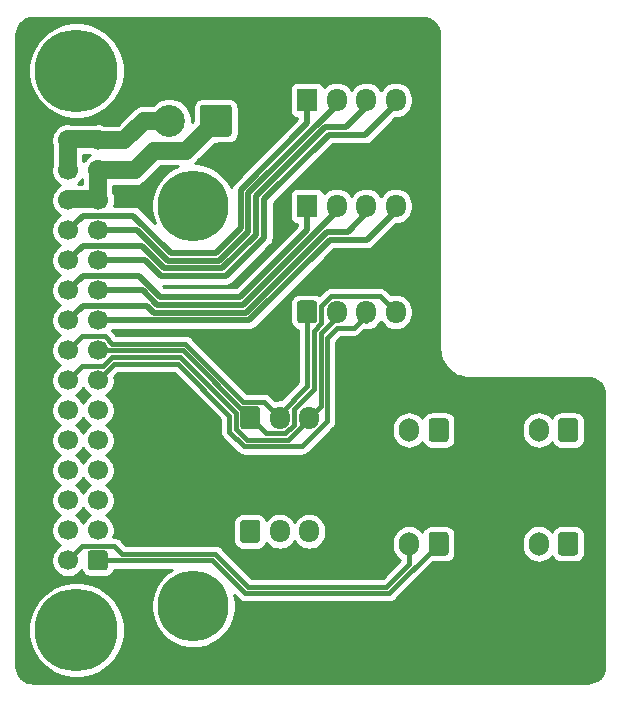
<source format=gtl>
G04 #@! TF.GenerationSoftware,KiCad,Pcbnew,(5.1.9)-1*
G04 #@! TF.CreationDate,2021-05-02T18:34:13-04:00*
G04 #@! TF.ProjectId,Transfer_Board,5472616e-7366-4657-925f-426f6172642e,rev?*
G04 #@! TF.SameCoordinates,Original*
G04 #@! TF.FileFunction,Copper,L1,Top*
G04 #@! TF.FilePolarity,Positive*
%FSLAX46Y46*%
G04 Gerber Fmt 4.6, Leading zero omitted, Abs format (unit mm)*
G04 Created by KiCad (PCBNEW (5.1.9)-1) date 2021-05-02 18:34:13*
%MOMM*%
%LPD*%
G01*
G04 APERTURE LIST*
G04 #@! TA.AperFunction,ComponentPad*
%ADD10C,7.000000*%
G04 #@! TD*
G04 #@! TA.AperFunction,ComponentPad*
%ADD11C,1.700000*%
G04 #@! TD*
G04 #@! TA.AperFunction,ComponentPad*
%ADD12C,6.000000*%
G04 #@! TD*
G04 #@! TA.AperFunction,ComponentPad*
%ADD13O,1.700000X1.950000*%
G04 #@! TD*
G04 #@! TA.AperFunction,ComponentPad*
%ADD14O,1.700000X2.000000*%
G04 #@! TD*
G04 #@! TA.AperFunction,ComponentPad*
%ADD15R,1.700000X1.950000*%
G04 #@! TD*
G04 #@! TA.AperFunction,ComponentPad*
%ADD16C,2.700000*%
G04 #@! TD*
G04 #@! TA.AperFunction,Conductor*
%ADD17C,0.400000*%
G04 #@! TD*
G04 #@! TA.AperFunction,Conductor*
%ADD18C,0.300000*%
G04 #@! TD*
G04 #@! TA.AperFunction,Conductor*
%ADD19C,1.500000*%
G04 #@! TD*
G04 #@! TA.AperFunction,Conductor*
%ADD20C,0.500000*%
G04 #@! TD*
G04 #@! TA.AperFunction,Conductor*
%ADD21C,0.250000*%
G04 #@! TD*
G04 #@! TA.AperFunction,NonConductor*
%ADD22C,0.254000*%
G04 #@! TD*
G04 #@! TA.AperFunction,NonConductor*
%ADD23C,0.100000*%
G04 #@! TD*
G04 APERTURE END LIST*
D10*
X105700000Y-47565000D03*
X105700000Y-94935000D03*
D11*
X104960000Y-53470000D03*
X104960000Y-56010000D03*
X104960000Y-58550000D03*
X104960000Y-61090000D03*
X104960000Y-63630000D03*
X104960000Y-66170000D03*
X104960000Y-68710000D03*
X104960000Y-71250000D03*
X104960000Y-73790000D03*
X104960000Y-76330000D03*
X104960000Y-78870000D03*
X104960000Y-81410000D03*
X104960000Y-83950000D03*
X104960000Y-86490000D03*
X104960000Y-89030000D03*
X107500000Y-53470000D03*
X107500000Y-56010000D03*
X107500000Y-58550000D03*
X107500000Y-61090000D03*
X107500000Y-63630000D03*
X107500000Y-66170000D03*
X107500000Y-68710000D03*
X107500000Y-71250000D03*
X107500000Y-73790000D03*
X107500000Y-76330000D03*
X107500000Y-78870000D03*
X107500000Y-81410000D03*
X107500000Y-83950000D03*
X107500000Y-86490000D03*
G04 #@! TA.AperFunction,ComponentPad*
G36*
G01*
X108350000Y-88430000D02*
X108350000Y-89630000D01*
G75*
G02*
X108100000Y-89880000I-250000J0D01*
G01*
X106900000Y-89880000D01*
G75*
G02*
X106650000Y-89630000I0J250000D01*
G01*
X106650000Y-88430000D01*
G75*
G02*
X106900000Y-88180000I250000J0D01*
G01*
X108100000Y-88180000D01*
G75*
G02*
X108350000Y-88430000I0J-250000D01*
G01*
G37*
G04 #@! TD.AperFunction*
D12*
X115600000Y-92900000D03*
X115600000Y-59000000D03*
D13*
X132730000Y-68000000D03*
X130230000Y-68000000D03*
X127730000Y-68000000D03*
G04 #@! TA.AperFunction,ComponentPad*
G36*
G01*
X124380000Y-68725000D02*
X124380000Y-67275000D01*
G75*
G02*
X124630000Y-67025000I250000J0D01*
G01*
X125830000Y-67025000D01*
G75*
G02*
X126080000Y-67275000I0J-250000D01*
G01*
X126080000Y-68725000D01*
G75*
G02*
X125830000Y-68975000I-250000J0D01*
G01*
X124630000Y-68975000D01*
G75*
G02*
X124380000Y-68725000I0J250000D01*
G01*
G37*
G04 #@! TD.AperFunction*
D14*
X133858000Y-78000000D03*
G04 #@! TA.AperFunction,ComponentPad*
G36*
G01*
X137208000Y-77250000D02*
X137208000Y-78750000D01*
G75*
G02*
X136958000Y-79000000I-250000J0D01*
G01*
X135758000Y-79000000D01*
G75*
G02*
X135508000Y-78750000I0J250000D01*
G01*
X135508000Y-77250000D01*
G75*
G02*
X135758000Y-77000000I250000J0D01*
G01*
X136958000Y-77000000D01*
G75*
G02*
X137208000Y-77250000I0J-250000D01*
G01*
G37*
G04 #@! TD.AperFunction*
D13*
X132730000Y-59025000D03*
X130230000Y-59025000D03*
X127730000Y-59025000D03*
D15*
X125230000Y-59025000D03*
D13*
X125396000Y-76950000D03*
X122896000Y-76950000D03*
G04 #@! TA.AperFunction,ComponentPad*
G36*
G01*
X119546000Y-77675000D02*
X119546000Y-76225000D01*
G75*
G02*
X119796000Y-75975000I250000J0D01*
G01*
X120996000Y-75975000D01*
G75*
G02*
X121246000Y-76225000I0J-250000D01*
G01*
X121246000Y-77675000D01*
G75*
G02*
X120996000Y-77925000I-250000J0D01*
G01*
X119796000Y-77925000D01*
G75*
G02*
X119546000Y-77675000I0J250000D01*
G01*
G37*
G04 #@! TD.AperFunction*
D14*
X133858000Y-87630000D03*
G04 #@! TA.AperFunction,ComponentPad*
G36*
G01*
X137208000Y-86880000D02*
X137208000Y-88380000D01*
G75*
G02*
X136958000Y-88630000I-250000J0D01*
G01*
X135758000Y-88630000D01*
G75*
G02*
X135508000Y-88380000I0J250000D01*
G01*
X135508000Y-86880000D01*
G75*
G02*
X135758000Y-86630000I250000J0D01*
G01*
X136958000Y-86630000D01*
G75*
G02*
X137208000Y-86880000I0J-250000D01*
G01*
G37*
G04 #@! TD.AperFunction*
G04 #@! TA.AperFunction,ComponentPad*
G36*
G01*
X148170000Y-86880000D02*
X148170000Y-88380000D01*
G75*
G02*
X147920000Y-88630000I-250000J0D01*
G01*
X146720000Y-88630000D01*
G75*
G02*
X146470000Y-88380000I0J250000D01*
G01*
X146470000Y-86880000D01*
G75*
G02*
X146720000Y-86630000I250000J0D01*
G01*
X147920000Y-86630000D01*
G75*
G02*
X148170000Y-86880000I0J-250000D01*
G01*
G37*
G04 #@! TD.AperFunction*
X144820000Y-87630000D03*
D13*
X132730000Y-50050000D03*
X130230000Y-50050000D03*
X127730000Y-50050000D03*
D15*
X125230000Y-50050000D03*
G04 #@! TA.AperFunction,ComponentPad*
G36*
G01*
X148170000Y-77250000D02*
X148170000Y-78750000D01*
G75*
G02*
X147920000Y-79000000I-250000J0D01*
G01*
X146720000Y-79000000D01*
G75*
G02*
X146470000Y-78750000I0J250000D01*
G01*
X146470000Y-77250000D01*
G75*
G02*
X146720000Y-77000000I250000J0D01*
G01*
X147920000Y-77000000D01*
G75*
G02*
X148170000Y-77250000I0J-250000D01*
G01*
G37*
G04 #@! TD.AperFunction*
D14*
X144820000Y-78000000D03*
G04 #@! TA.AperFunction,ComponentPad*
G36*
G01*
X118850000Y-50700001D02*
X118850000Y-52899999D01*
G75*
G02*
X118599999Y-53150000I-250001J0D01*
G01*
X116400001Y-53150000D01*
G75*
G02*
X116150000Y-52899999I0J250001D01*
G01*
X116150000Y-50700001D01*
G75*
G02*
X116400001Y-50450000I250001J0D01*
G01*
X118599999Y-50450000D01*
G75*
G02*
X118850000Y-50700001I0J-250001D01*
G01*
G37*
G04 #@! TD.AperFunction*
D16*
X113540000Y-51800000D03*
D13*
X125396000Y-86580000D03*
X122896000Y-86580000D03*
G04 #@! TA.AperFunction,ComponentPad*
G36*
G01*
X119546000Y-87305000D02*
X119546000Y-85855000D01*
G75*
G02*
X119796000Y-85605000I250000J0D01*
G01*
X120996000Y-85605000D01*
G75*
G02*
X121246000Y-85855000I0J-250000D01*
G01*
X121246000Y-87305000D01*
G75*
G02*
X120996000Y-87555000I-250000J0D01*
G01*
X119796000Y-87555000D01*
G75*
G02*
X119546000Y-87305000I0J250000D01*
G01*
G37*
G04 #@! TD.AperFunction*
D17*
X130230000Y-68000000D02*
X130230000Y-68779000D01*
X114684000Y-71250000D02*
X107500000Y-71250000D01*
X120384000Y-76950000D02*
X114684000Y-71250000D01*
D18*
X122896000Y-76920810D02*
X122896000Y-76950000D01*
D17*
X122896000Y-76601775D02*
X122896000Y-76950000D01*
X125230000Y-74267775D02*
X122896000Y-76601775D01*
X125230000Y-68000000D02*
X125230000Y-74267775D01*
X121568590Y-75622590D02*
X122896000Y-76950000D01*
X114912815Y-70697590D02*
X119837814Y-75622590D01*
X108727292Y-70697590D02*
X114912815Y-70697590D01*
X108077201Y-70047499D02*
X108727292Y-70697590D01*
X106162501Y-70047499D02*
X108077201Y-70047499D01*
X119837814Y-75622590D02*
X121568590Y-75622590D01*
X104960000Y-71250000D02*
X106162501Y-70047499D01*
D19*
X104960000Y-55930000D02*
X104960000Y-53390000D01*
X104960000Y-53390000D02*
X107500000Y-53390000D01*
X111395000Y-51800000D02*
X113540000Y-51800000D01*
X109725000Y-53470000D02*
X111395000Y-51800000D01*
X107500000Y-53470000D02*
X109725000Y-53470000D01*
X107500000Y-58480000D02*
X107636000Y-58480000D01*
X104960000Y-58470000D02*
X107500000Y-58470000D01*
X107500000Y-58470000D02*
X107500000Y-55930000D01*
X117500000Y-51800000D02*
X117491000Y-51800000D01*
X117500000Y-52426000D02*
X117500000Y-51800000D01*
X114944000Y-54356000D02*
X117500000Y-51800000D01*
X112268000Y-54356000D02*
X114944000Y-54356000D01*
X110614000Y-56010000D02*
X112268000Y-54356000D01*
X107500000Y-56010000D02*
X110614000Y-56010000D01*
D17*
X107678672Y-68640000D02*
X107500000Y-68640000D01*
D20*
X120333294Y-68709999D02*
X127176882Y-61866410D01*
X107500000Y-68710000D02*
X120333294Y-68709999D01*
X127176882Y-61866410D02*
X130284590Y-61866410D01*
X132730000Y-59421000D02*
X132730000Y-59025000D01*
X130284590Y-61866410D02*
X132730000Y-59421000D01*
X128651000Y-61214000D02*
X130230000Y-59635000D01*
X126906646Y-61214000D02*
X128651000Y-61214000D01*
X130230000Y-59635000D02*
X130230000Y-59025000D01*
X120063057Y-68057589D02*
X126906646Y-61214000D01*
X112253589Y-68057589D02*
X120063057Y-68057589D01*
X111653499Y-67457499D02*
X112253589Y-68057589D01*
X106212501Y-67457499D02*
X111653499Y-67457499D01*
X104960000Y-68710000D02*
X106212501Y-67457499D01*
X107500000Y-66170000D02*
X107749495Y-66170000D01*
X119792822Y-67405178D02*
X127730000Y-59468000D01*
X127730000Y-59468000D02*
X127730000Y-59067000D01*
X112523826Y-67405178D02*
X119792822Y-67405178D01*
X111288648Y-66170000D02*
X112523826Y-67405178D01*
X107500000Y-66170000D02*
X111288648Y-66170000D01*
X125230000Y-60952000D02*
X125230000Y-59067000D01*
X125230000Y-61045354D02*
X125230000Y-60952000D01*
X119522584Y-66752770D02*
X125230000Y-61045354D01*
X112794064Y-66752770D02*
X119522584Y-66752770D01*
X110958793Y-64917499D02*
X112794064Y-66752770D01*
X106212501Y-64917499D02*
X110958793Y-64917499D01*
X104960000Y-66170000D02*
X106212501Y-64917499D01*
D17*
X107500000Y-63560000D02*
X107678672Y-63560000D01*
D20*
X132730000Y-50404000D02*
X132730000Y-50008000D01*
X121557231Y-58469063D02*
X127049883Y-52976411D01*
X121557231Y-61730712D02*
X121557231Y-58469063D01*
X118330712Y-64957231D02*
X121557231Y-61730712D01*
X112869288Y-64957231D02*
X118330712Y-64957231D01*
X130157589Y-52976411D02*
X132730000Y-50404000D01*
X111542058Y-63630000D02*
X112869288Y-64957231D01*
X127049883Y-52976411D02*
X130157589Y-52976411D01*
X107500000Y-63630000D02*
X111542058Y-63630000D01*
X130230000Y-50618000D02*
X130230000Y-50008000D01*
X120904820Y-58198826D02*
X126779646Y-52324000D01*
X113139526Y-64304820D02*
X118060475Y-64304819D01*
X126779646Y-52324000D02*
X128524000Y-52324000D01*
X118060475Y-64304819D02*
X120904820Y-61460475D01*
X111212205Y-62377499D02*
X113139526Y-64304820D01*
X128524000Y-52324000D02*
X130230000Y-50618000D01*
X106212501Y-62377499D02*
X111212205Y-62377499D01*
X120904820Y-61460475D02*
X120904820Y-58198826D01*
X104960000Y-63630000D02*
X106212501Y-62377499D01*
X113409762Y-63652410D02*
X110847352Y-61090000D01*
X117790236Y-63652410D02*
X113409762Y-63652410D01*
X120252410Y-61190237D02*
X117790236Y-63652410D01*
X110847352Y-61090000D02*
X107500000Y-61090000D01*
X127730000Y-50050000D02*
X127730000Y-50451000D01*
X120252410Y-57928590D02*
X120252410Y-61190237D01*
X127730000Y-50451000D02*
X120252410Y-57928590D01*
X125230000Y-52028354D02*
X125230000Y-51935000D01*
X119600001Y-57658353D02*
X125230000Y-52028354D01*
X119600001Y-60920001D02*
X119600001Y-57658353D01*
X117520001Y-63000001D02*
X119600001Y-60920001D01*
X113679999Y-63000001D02*
X117520001Y-63000001D01*
X125230000Y-51935000D02*
X125230000Y-50050000D01*
X110517597Y-59837599D02*
X113679999Y-63000001D01*
X106212401Y-59837599D02*
X110517597Y-59837599D01*
X104960000Y-61090000D02*
X106212401Y-59837599D01*
D18*
X107962120Y-76260000D02*
X107500000Y-76260000D01*
X107500000Y-76214120D02*
X107500000Y-76260000D01*
X107500000Y-76260000D02*
X107500000Y-76223250D01*
D17*
X133858000Y-89348776D02*
X133858000Y-87630000D01*
X120225816Y-91268590D02*
X131938186Y-91268590D01*
X131938186Y-91268590D02*
X133858000Y-89348776D01*
X117434817Y-88477590D02*
X120225816Y-91268590D01*
X109559590Y-88477590D02*
X117434817Y-88477590D01*
X108909490Y-87827490D02*
X109559590Y-88477590D01*
X106162510Y-87827490D02*
X108909490Y-87827490D01*
X104960000Y-89030000D02*
X106162510Y-87827490D01*
D18*
X136358000Y-87630000D02*
X136358000Y-87590000D01*
D21*
X136358000Y-87630000D02*
X135669715Y-87630000D01*
D17*
X132167000Y-91821000D02*
X136358000Y-87630000D01*
X119997002Y-91821000D02*
X132167000Y-91821000D01*
X117206002Y-89030000D02*
X119997002Y-91821000D01*
X107500000Y-89030000D02*
X117206002Y-89030000D01*
X131405000Y-66675000D02*
X132730000Y-68000000D01*
X130730464Y-66675000D02*
X131405000Y-66675000D01*
X129731946Y-66672590D02*
X130728054Y-66672590D01*
X129729536Y-66675000D02*
X129731946Y-66672590D01*
X120396000Y-76950000D02*
X120396000Y-76962000D01*
X120396000Y-76962000D02*
X121711410Y-78277410D01*
X130728054Y-66672590D02*
X130730464Y-66675000D01*
X127231946Y-66672590D02*
X128228054Y-66672590D01*
X121711410Y-78277410D02*
X123394054Y-78277410D01*
X124098410Y-77573054D02*
X124098410Y-76180589D01*
X125782410Y-74496590D02*
X125782410Y-69624530D01*
X123394054Y-78277410D02*
X124098410Y-77573054D01*
X125782410Y-69624530D02*
X126432410Y-68974530D01*
X126432410Y-68974530D02*
X126432410Y-67472126D01*
X126432410Y-67472126D02*
X127231946Y-66672590D01*
X128230464Y-66675000D02*
X129729536Y-66675000D01*
X124098410Y-76180589D02*
X125782410Y-74496590D01*
X128228054Y-66672590D02*
X128230464Y-66675000D01*
X108900000Y-72390000D02*
X107500000Y-73790000D01*
X118641179Y-76769629D02*
X114261550Y-72390000D01*
X126917410Y-77254054D02*
X124789234Y-79382230D01*
X118641179Y-78153346D02*
X118641179Y-76769629D01*
X126917410Y-70186590D02*
X126917410Y-77254054D01*
X114261550Y-72390000D02*
X108900000Y-72390000D01*
X129159000Y-69342000D02*
X127762000Y-69342000D01*
X124789234Y-79382230D02*
X119870063Y-79382230D01*
X130230000Y-68271000D02*
X129159000Y-69342000D01*
X119870063Y-79382230D02*
X118641179Y-78153346D01*
X127762000Y-69342000D02*
X126917410Y-70186590D01*
X130230000Y-68000000D02*
X130230000Y-68271000D01*
X126365000Y-75981000D02*
X125396000Y-76950000D01*
X126365000Y-69823167D02*
X126365000Y-75981000D01*
X127730000Y-68458167D02*
X126365000Y-69823167D01*
X127730000Y-68000000D02*
X127730000Y-68458167D01*
X123641180Y-78829820D02*
X125396000Y-77075000D01*
X119552410Y-78277410D02*
X120104820Y-78829820D01*
X119546470Y-78277410D02*
X119552410Y-78277410D01*
X114455186Y-71802410D02*
X119193590Y-76540814D01*
X119193590Y-76540814D02*
X119193590Y-77924530D01*
X108706366Y-71802410D02*
X114455186Y-71802410D01*
X107921277Y-72587499D02*
X108706366Y-71802410D01*
X125396000Y-77075000D02*
X125396000Y-76950000D01*
X119193590Y-77924530D02*
X119546470Y-78277410D01*
X106162501Y-72587499D02*
X107921277Y-72587499D01*
X120104820Y-78829820D02*
X123641180Y-78829820D01*
X104960000Y-73790000D02*
X106162501Y-72587499D01*
D22*
X135270982Y-43131457D02*
X135531634Y-43210153D01*
X135772045Y-43337982D01*
X135983044Y-43510069D01*
X136156602Y-43719864D01*
X136286102Y-43959371D01*
X136366618Y-44219476D01*
X136398001Y-44518061D01*
X136398000Y-71029565D01*
X136400614Y-71056103D01*
X136400527Y-71068524D01*
X136401347Y-71076890D01*
X136442148Y-71465082D01*
X136453109Y-71518479D01*
X136463343Y-71572126D01*
X136465772Y-71580172D01*
X136581196Y-71953047D01*
X136602359Y-72003391D01*
X136622780Y-72053935D01*
X136626725Y-72061356D01*
X136812376Y-72404711D01*
X136842907Y-72449975D01*
X136872765Y-72495602D01*
X136878077Y-72502116D01*
X137126883Y-72802871D01*
X137165626Y-72841344D01*
X137203774Y-72880299D01*
X137210250Y-72885657D01*
X137512735Y-73132358D01*
X137558179Y-73162551D01*
X137603201Y-73193378D01*
X137610594Y-73197376D01*
X137955236Y-73380626D01*
X138005671Y-73401414D01*
X138055833Y-73422913D01*
X138063858Y-73425397D01*
X138063864Y-73425399D01*
X138437534Y-73538216D01*
X138491051Y-73548813D01*
X138544427Y-73560158D01*
X138552786Y-73561037D01*
X138941255Y-73599127D01*
X138941263Y-73599127D01*
X138970434Y-73602000D01*
X148970556Y-73602000D01*
X149270982Y-73631457D01*
X149531634Y-73710153D01*
X149772045Y-73837982D01*
X149983044Y-74010069D01*
X150156602Y-74219864D01*
X150286102Y-74459371D01*
X150366618Y-74719476D01*
X150398001Y-75018061D01*
X150398000Y-97970556D01*
X150368543Y-98270979D01*
X150289847Y-98531636D01*
X150162020Y-98772042D01*
X149989930Y-98983045D01*
X149780139Y-99156600D01*
X149540629Y-99286102D01*
X149280524Y-99366618D01*
X148981948Y-99398000D01*
X102029444Y-99398000D01*
X101729021Y-99368543D01*
X101468364Y-99289847D01*
X101227958Y-99162020D01*
X101016955Y-98989930D01*
X100843400Y-98780139D01*
X100713898Y-98540629D01*
X100633382Y-98280524D01*
X100602000Y-97981948D01*
X100602000Y-94533451D01*
X101623000Y-94533451D01*
X101623000Y-95336549D01*
X101779677Y-96124217D01*
X102087009Y-96866184D01*
X102533187Y-97533936D01*
X103101064Y-98101813D01*
X103768816Y-98547991D01*
X104510783Y-98855323D01*
X105298451Y-99012000D01*
X106101549Y-99012000D01*
X106889217Y-98855323D01*
X107631184Y-98547991D01*
X108298936Y-98101813D01*
X108866813Y-97533936D01*
X109312991Y-96866184D01*
X109620323Y-96124217D01*
X109777000Y-95336549D01*
X109777000Y-94533451D01*
X109620323Y-93745783D01*
X109312991Y-93003816D01*
X108866813Y-92336064D01*
X108298936Y-91768187D01*
X107631184Y-91322009D01*
X106889217Y-91014677D01*
X106101549Y-90858000D01*
X105298451Y-90858000D01*
X104510783Y-91014677D01*
X103768816Y-91322009D01*
X103101064Y-91768187D01*
X102533187Y-92336064D01*
X102087009Y-93003816D01*
X101779677Y-93745783D01*
X101623000Y-94533451D01*
X100602000Y-94533451D01*
X100602000Y-53329453D01*
X103533000Y-53329453D01*
X103533000Y-53610547D01*
X103587838Y-53886241D01*
X103633001Y-53995273D01*
X103633000Y-55484729D01*
X103587838Y-55593759D01*
X103533000Y-55869453D01*
X103533000Y-56150547D01*
X103587838Y-56426241D01*
X103695409Y-56685938D01*
X103851576Y-56919660D01*
X104050340Y-57118424D01*
X104284062Y-57274591D01*
X104297120Y-57280000D01*
X104284062Y-57285409D01*
X104050340Y-57441576D01*
X103851576Y-57640340D01*
X103695409Y-57874062D01*
X103587838Y-58133759D01*
X103533000Y-58409453D01*
X103533000Y-58690547D01*
X103587838Y-58966241D01*
X103695409Y-59225938D01*
X103851576Y-59459660D01*
X104050340Y-59658424D01*
X104284062Y-59814591D01*
X104297120Y-59820000D01*
X104284062Y-59825409D01*
X104050340Y-59981576D01*
X103851576Y-60180340D01*
X103695409Y-60414062D01*
X103587838Y-60673759D01*
X103533000Y-60949453D01*
X103533000Y-61230547D01*
X103587838Y-61506241D01*
X103695409Y-61765938D01*
X103851576Y-61999660D01*
X104050340Y-62198424D01*
X104284062Y-62354591D01*
X104297120Y-62360000D01*
X104284062Y-62365409D01*
X104050340Y-62521576D01*
X103851576Y-62720340D01*
X103695409Y-62954062D01*
X103587838Y-63213759D01*
X103533000Y-63489453D01*
X103533000Y-63770547D01*
X103587838Y-64046241D01*
X103695409Y-64305938D01*
X103851576Y-64539660D01*
X104050340Y-64738424D01*
X104284062Y-64894591D01*
X104297120Y-64900000D01*
X104284062Y-64905409D01*
X104050340Y-65061576D01*
X103851576Y-65260340D01*
X103695409Y-65494062D01*
X103587838Y-65753759D01*
X103533000Y-66029453D01*
X103533000Y-66310547D01*
X103587838Y-66586241D01*
X103695409Y-66845938D01*
X103851576Y-67079660D01*
X104050340Y-67278424D01*
X104284062Y-67434591D01*
X104297120Y-67440000D01*
X104284062Y-67445409D01*
X104050340Y-67601576D01*
X103851576Y-67800340D01*
X103695409Y-68034062D01*
X103587838Y-68293759D01*
X103533000Y-68569453D01*
X103533000Y-68850547D01*
X103587838Y-69126241D01*
X103695409Y-69385938D01*
X103851576Y-69619660D01*
X104050340Y-69818424D01*
X104284062Y-69974591D01*
X104297120Y-69980000D01*
X104284062Y-69985409D01*
X104050340Y-70141576D01*
X103851576Y-70340340D01*
X103695409Y-70574062D01*
X103587838Y-70833759D01*
X103533000Y-71109453D01*
X103533000Y-71390547D01*
X103587838Y-71666241D01*
X103695409Y-71925938D01*
X103851576Y-72159660D01*
X104050340Y-72358424D01*
X104284062Y-72514591D01*
X104297120Y-72520000D01*
X104284062Y-72525409D01*
X104050340Y-72681576D01*
X103851576Y-72880340D01*
X103695409Y-73114062D01*
X103587838Y-73373759D01*
X103533000Y-73649453D01*
X103533000Y-73930547D01*
X103587838Y-74206241D01*
X103695409Y-74465938D01*
X103851576Y-74699660D01*
X104050340Y-74898424D01*
X104284062Y-75054591D01*
X104297120Y-75060000D01*
X104284062Y-75065409D01*
X104050340Y-75221576D01*
X103851576Y-75420340D01*
X103695409Y-75654062D01*
X103587838Y-75913759D01*
X103533000Y-76189453D01*
X103533000Y-76470547D01*
X103587838Y-76746241D01*
X103695409Y-77005938D01*
X103851576Y-77239660D01*
X104050340Y-77438424D01*
X104284062Y-77594591D01*
X104297120Y-77600000D01*
X104284062Y-77605409D01*
X104050340Y-77761576D01*
X103851576Y-77960340D01*
X103695409Y-78194062D01*
X103587838Y-78453759D01*
X103533000Y-78729453D01*
X103533000Y-79010547D01*
X103587838Y-79286241D01*
X103695409Y-79545938D01*
X103851576Y-79779660D01*
X104050340Y-79978424D01*
X104284062Y-80134591D01*
X104297120Y-80140000D01*
X104284062Y-80145409D01*
X104050340Y-80301576D01*
X103851576Y-80500340D01*
X103695409Y-80734062D01*
X103587838Y-80993759D01*
X103533000Y-81269453D01*
X103533000Y-81550547D01*
X103587838Y-81826241D01*
X103695409Y-82085938D01*
X103851576Y-82319660D01*
X104050340Y-82518424D01*
X104284062Y-82674591D01*
X104297120Y-82680000D01*
X104284062Y-82685409D01*
X104050340Y-82841576D01*
X103851576Y-83040340D01*
X103695409Y-83274062D01*
X103587838Y-83533759D01*
X103533000Y-83809453D01*
X103533000Y-84090547D01*
X103587838Y-84366241D01*
X103695409Y-84625938D01*
X103851576Y-84859660D01*
X104050340Y-85058424D01*
X104284062Y-85214591D01*
X104297120Y-85220000D01*
X104284062Y-85225409D01*
X104050340Y-85381576D01*
X103851576Y-85580340D01*
X103695409Y-85814062D01*
X103587838Y-86073759D01*
X103533000Y-86349453D01*
X103533000Y-86630547D01*
X103587838Y-86906241D01*
X103695409Y-87165938D01*
X103851576Y-87399660D01*
X104050340Y-87598424D01*
X104284062Y-87754591D01*
X104297120Y-87760000D01*
X104284062Y-87765409D01*
X104050340Y-87921576D01*
X103851576Y-88120340D01*
X103695409Y-88354062D01*
X103587838Y-88613759D01*
X103533000Y-88889453D01*
X103533000Y-89170547D01*
X103587838Y-89446241D01*
X103695409Y-89705938D01*
X103851576Y-89939660D01*
X104050340Y-90138424D01*
X104284062Y-90294591D01*
X104543759Y-90402162D01*
X104819453Y-90457000D01*
X105100547Y-90457000D01*
X105376241Y-90402162D01*
X105635938Y-90294591D01*
X105869660Y-90138424D01*
X106068424Y-89939660D01*
X106111448Y-89875270D01*
X106133373Y-89947547D01*
X106210054Y-90091007D01*
X106313249Y-90216751D01*
X106438993Y-90319946D01*
X106582453Y-90396627D01*
X106738116Y-90443847D01*
X106900000Y-90459791D01*
X108100000Y-90459791D01*
X108261884Y-90443847D01*
X108417547Y-90396627D01*
X108561007Y-90319946D01*
X108686751Y-90216751D01*
X108789946Y-90091007D01*
X108866627Y-89947547D01*
X108909262Y-89807000D01*
X113790570Y-89807000D01*
X113319795Y-90121562D01*
X112821562Y-90619795D01*
X112430103Y-91205655D01*
X112160462Y-91856627D01*
X112023000Y-92547696D01*
X112023000Y-93252304D01*
X112160462Y-93943373D01*
X112430103Y-94594345D01*
X112821562Y-95180205D01*
X113319795Y-95678438D01*
X113905655Y-96069897D01*
X114556627Y-96339538D01*
X115247696Y-96477000D01*
X115952304Y-96477000D01*
X116643373Y-96339538D01*
X117294345Y-96069897D01*
X117880205Y-95678438D01*
X118378438Y-95180205D01*
X118769897Y-94594345D01*
X119039538Y-93943373D01*
X119177000Y-93252304D01*
X119177000Y-92547696D01*
X119065797Y-91988639D01*
X119420594Y-92343436D01*
X119444922Y-92373080D01*
X119474566Y-92397408D01*
X119474567Y-92397409D01*
X119563235Y-92470177D01*
X119698218Y-92542327D01*
X119844683Y-92586757D01*
X119958836Y-92598000D01*
X119958845Y-92598000D01*
X119997001Y-92601758D01*
X120035157Y-92598000D01*
X132128837Y-92598000D01*
X132167000Y-92601759D01*
X132205163Y-92598000D01*
X132205166Y-92598000D01*
X132319319Y-92586757D01*
X132465784Y-92542327D01*
X132600766Y-92470177D01*
X132719080Y-92373080D01*
X132743413Y-92343430D01*
X135877053Y-89209791D01*
X136958000Y-89209791D01*
X137119884Y-89193847D01*
X137275547Y-89146627D01*
X137419007Y-89069946D01*
X137544751Y-88966751D01*
X137647946Y-88841007D01*
X137724627Y-88697547D01*
X137771847Y-88541884D01*
X137787791Y-88380000D01*
X137787791Y-87409902D01*
X143393000Y-87409902D01*
X143393000Y-87850097D01*
X143413648Y-88059740D01*
X143495245Y-88328730D01*
X143627752Y-88576633D01*
X143806077Y-88793922D01*
X144023366Y-88972248D01*
X144271269Y-89104755D01*
X144540259Y-89186352D01*
X144820000Y-89213904D01*
X145099740Y-89186352D01*
X145368730Y-89104755D01*
X145616633Y-88972248D01*
X145833922Y-88793923D01*
X145942482Y-88661644D01*
X145953373Y-88697547D01*
X146030054Y-88841007D01*
X146133249Y-88966751D01*
X146258993Y-89069946D01*
X146402453Y-89146627D01*
X146558116Y-89193847D01*
X146720000Y-89209791D01*
X147920000Y-89209791D01*
X148081884Y-89193847D01*
X148237547Y-89146627D01*
X148381007Y-89069946D01*
X148506751Y-88966751D01*
X148609946Y-88841007D01*
X148686627Y-88697547D01*
X148733847Y-88541884D01*
X148749791Y-88380000D01*
X148749791Y-86880000D01*
X148733847Y-86718116D01*
X148686627Y-86562453D01*
X148609946Y-86418993D01*
X148506751Y-86293249D01*
X148381007Y-86190054D01*
X148237547Y-86113373D01*
X148081884Y-86066153D01*
X147920000Y-86050209D01*
X146720000Y-86050209D01*
X146558116Y-86066153D01*
X146402453Y-86113373D01*
X146258993Y-86190054D01*
X146133249Y-86293249D01*
X146030054Y-86418993D01*
X145953373Y-86562453D01*
X145942482Y-86598356D01*
X145833923Y-86466077D01*
X145616634Y-86287752D01*
X145368731Y-86155245D01*
X145099741Y-86073648D01*
X144820000Y-86046096D01*
X144540260Y-86073648D01*
X144271270Y-86155245D01*
X144023367Y-86287752D01*
X143806078Y-86466077D01*
X143627752Y-86683366D01*
X143495245Y-86931269D01*
X143413648Y-87200259D01*
X143393000Y-87409902D01*
X137787791Y-87409902D01*
X137787791Y-86880000D01*
X137771847Y-86718116D01*
X137724627Y-86562453D01*
X137647946Y-86418993D01*
X137544751Y-86293249D01*
X137419007Y-86190054D01*
X137275547Y-86113373D01*
X137119884Y-86066153D01*
X136958000Y-86050209D01*
X135758000Y-86050209D01*
X135596116Y-86066153D01*
X135440453Y-86113373D01*
X135296993Y-86190054D01*
X135171249Y-86293249D01*
X135068054Y-86418993D01*
X134991373Y-86562453D01*
X134980482Y-86598356D01*
X134871923Y-86466077D01*
X134654634Y-86287752D01*
X134406731Y-86155245D01*
X134137741Y-86073648D01*
X133858000Y-86046096D01*
X133578260Y-86073648D01*
X133309270Y-86155245D01*
X133061367Y-86287752D01*
X132844078Y-86466077D01*
X132665752Y-86683366D01*
X132533245Y-86931269D01*
X132451648Y-87200259D01*
X132431000Y-87409902D01*
X132431000Y-87850097D01*
X132451648Y-88059740D01*
X132533245Y-88328730D01*
X132665752Y-88576633D01*
X132844077Y-88793922D01*
X133061366Y-88972248D01*
X133081000Y-88982743D01*
X133081000Y-89026932D01*
X131616343Y-90491590D01*
X120547660Y-90491590D01*
X118011230Y-87955160D01*
X117986897Y-87925510D01*
X117868583Y-87828413D01*
X117733601Y-87756263D01*
X117587136Y-87711833D01*
X117472983Y-87700590D01*
X117472980Y-87700590D01*
X117434817Y-87696831D01*
X117396654Y-87700590D01*
X109881434Y-87700590D01*
X109485902Y-87305059D01*
X109461570Y-87275410D01*
X109343256Y-87178313D01*
X109208274Y-87106163D01*
X109061809Y-87061733D01*
X108947656Y-87050490D01*
X108947653Y-87050490D01*
X108909490Y-87046731D01*
X108871327Y-87050490D01*
X108812412Y-87050490D01*
X108872162Y-86906241D01*
X108927000Y-86630547D01*
X108927000Y-86349453D01*
X108872162Y-86073759D01*
X108781549Y-85855000D01*
X118966209Y-85855000D01*
X118966209Y-87305000D01*
X118982153Y-87466884D01*
X119029373Y-87622547D01*
X119106054Y-87766007D01*
X119209249Y-87891751D01*
X119334993Y-87994946D01*
X119478453Y-88071627D01*
X119634116Y-88118847D01*
X119796000Y-88134791D01*
X120996000Y-88134791D01*
X121157884Y-88118847D01*
X121313547Y-88071627D01*
X121457007Y-87994946D01*
X121582751Y-87891751D01*
X121685946Y-87766007D01*
X121762627Y-87622547D01*
X121773518Y-87586644D01*
X121882078Y-87718923D01*
X122099367Y-87897248D01*
X122347270Y-88029755D01*
X122616260Y-88111352D01*
X122896000Y-88138904D01*
X123175741Y-88111352D01*
X123444731Y-88029755D01*
X123692634Y-87897248D01*
X123909923Y-87718923D01*
X124088248Y-87501633D01*
X124146000Y-87393587D01*
X124203752Y-87501634D01*
X124382078Y-87718923D01*
X124599367Y-87897248D01*
X124847270Y-88029755D01*
X125116260Y-88111352D01*
X125396000Y-88138904D01*
X125675741Y-88111352D01*
X125944731Y-88029755D01*
X126192634Y-87897248D01*
X126409923Y-87718923D01*
X126588248Y-87501633D01*
X126720755Y-87253730D01*
X126802352Y-86984740D01*
X126823000Y-86775097D01*
X126823000Y-86384902D01*
X126802352Y-86175259D01*
X126720755Y-85906269D01*
X126588248Y-85658366D01*
X126409922Y-85441077D01*
X126192633Y-85262752D01*
X125944730Y-85130245D01*
X125675740Y-85048648D01*
X125396000Y-85021096D01*
X125116259Y-85048648D01*
X124847269Y-85130245D01*
X124599366Y-85262752D01*
X124382077Y-85441078D01*
X124203752Y-85658367D01*
X124146000Y-85766413D01*
X124088248Y-85658366D01*
X123909922Y-85441077D01*
X123692633Y-85262752D01*
X123444730Y-85130245D01*
X123175740Y-85048648D01*
X122896000Y-85021096D01*
X122616259Y-85048648D01*
X122347269Y-85130245D01*
X122099366Y-85262752D01*
X121882077Y-85441078D01*
X121773518Y-85573357D01*
X121762627Y-85537453D01*
X121685946Y-85393993D01*
X121582751Y-85268249D01*
X121457007Y-85165054D01*
X121313547Y-85088373D01*
X121157884Y-85041153D01*
X120996000Y-85025209D01*
X119796000Y-85025209D01*
X119634116Y-85041153D01*
X119478453Y-85088373D01*
X119334993Y-85165054D01*
X119209249Y-85268249D01*
X119106054Y-85393993D01*
X119029373Y-85537453D01*
X118982153Y-85693116D01*
X118966209Y-85855000D01*
X108781549Y-85855000D01*
X108764591Y-85814062D01*
X108608424Y-85580340D01*
X108409660Y-85381576D01*
X108175938Y-85225409D01*
X108162880Y-85220000D01*
X108175938Y-85214591D01*
X108409660Y-85058424D01*
X108608424Y-84859660D01*
X108764591Y-84625938D01*
X108872162Y-84366241D01*
X108927000Y-84090547D01*
X108927000Y-83809453D01*
X108872162Y-83533759D01*
X108764591Y-83274062D01*
X108608424Y-83040340D01*
X108409660Y-82841576D01*
X108175938Y-82685409D01*
X108162880Y-82680000D01*
X108175938Y-82674591D01*
X108409660Y-82518424D01*
X108608424Y-82319660D01*
X108764591Y-82085938D01*
X108872162Y-81826241D01*
X108927000Y-81550547D01*
X108927000Y-81269453D01*
X108872162Y-80993759D01*
X108764591Y-80734062D01*
X108608424Y-80500340D01*
X108409660Y-80301576D01*
X108175938Y-80145409D01*
X108162880Y-80140000D01*
X108175938Y-80134591D01*
X108409660Y-79978424D01*
X108608424Y-79779660D01*
X108764591Y-79545938D01*
X108872162Y-79286241D01*
X108927000Y-79010547D01*
X108927000Y-78729453D01*
X108872162Y-78453759D01*
X108764591Y-78194062D01*
X108608424Y-77960340D01*
X108409660Y-77761576D01*
X108175938Y-77605409D01*
X108162880Y-77600000D01*
X108175938Y-77594591D01*
X108409660Y-77438424D01*
X108608424Y-77239660D01*
X108764591Y-77005938D01*
X108872162Y-76746241D01*
X108927000Y-76470547D01*
X108927000Y-76189453D01*
X108872162Y-75913759D01*
X108764591Y-75654062D01*
X108608424Y-75420340D01*
X108409660Y-75221576D01*
X108175938Y-75065409D01*
X108162880Y-75060000D01*
X108175938Y-75054591D01*
X108409660Y-74898424D01*
X108608424Y-74699660D01*
X108764591Y-74465938D01*
X108872162Y-74206241D01*
X108927000Y-73930547D01*
X108927000Y-73649453D01*
X108895874Y-73492970D01*
X109221844Y-73167000D01*
X113939707Y-73167000D01*
X117864180Y-77091474D01*
X117864179Y-78115182D01*
X117860420Y-78153346D01*
X117864179Y-78191509D01*
X117864179Y-78191511D01*
X117875422Y-78305664D01*
X117913057Y-78429728D01*
X117919852Y-78452129D01*
X117992002Y-78587112D01*
X118016098Y-78616473D01*
X118089099Y-78705426D01*
X118118748Y-78729758D01*
X119293655Y-79904666D01*
X119317983Y-79934310D01*
X119347627Y-79958638D01*
X119347628Y-79958639D01*
X119436296Y-80031407D01*
X119448328Y-80037838D01*
X119571279Y-80103557D01*
X119717744Y-80147987D01*
X119831897Y-80159230D01*
X119831906Y-80159230D01*
X119870062Y-80162988D01*
X119908218Y-80159230D01*
X124751071Y-80159230D01*
X124789234Y-80162989D01*
X124827397Y-80159230D01*
X124827400Y-80159230D01*
X124941553Y-80147987D01*
X125088018Y-80103557D01*
X125223000Y-80031407D01*
X125341314Y-79934310D01*
X125365646Y-79904661D01*
X127439846Y-77830462D01*
X127469490Y-77806134D01*
X127491017Y-77779902D01*
X132431000Y-77779902D01*
X132431000Y-78220097D01*
X132451648Y-78429740D01*
X132533245Y-78698730D01*
X132665752Y-78946633D01*
X132844077Y-79163922D01*
X133061366Y-79342248D01*
X133309269Y-79474755D01*
X133578259Y-79556352D01*
X133858000Y-79583904D01*
X134137740Y-79556352D01*
X134406730Y-79474755D01*
X134654633Y-79342248D01*
X134871922Y-79163923D01*
X134980482Y-79031644D01*
X134991373Y-79067547D01*
X135068054Y-79211007D01*
X135171249Y-79336751D01*
X135296993Y-79439946D01*
X135440453Y-79516627D01*
X135596116Y-79563847D01*
X135758000Y-79579791D01*
X136958000Y-79579791D01*
X137119884Y-79563847D01*
X137275547Y-79516627D01*
X137419007Y-79439946D01*
X137544751Y-79336751D01*
X137647946Y-79211007D01*
X137724627Y-79067547D01*
X137771847Y-78911884D01*
X137787791Y-78750000D01*
X137787791Y-77779902D01*
X143393000Y-77779902D01*
X143393000Y-78220097D01*
X143413648Y-78429740D01*
X143495245Y-78698730D01*
X143627752Y-78946633D01*
X143806077Y-79163922D01*
X144023366Y-79342248D01*
X144271269Y-79474755D01*
X144540259Y-79556352D01*
X144820000Y-79583904D01*
X145099740Y-79556352D01*
X145368730Y-79474755D01*
X145616633Y-79342248D01*
X145833922Y-79163923D01*
X145942482Y-79031644D01*
X145953373Y-79067547D01*
X146030054Y-79211007D01*
X146133249Y-79336751D01*
X146258993Y-79439946D01*
X146402453Y-79516627D01*
X146558116Y-79563847D01*
X146720000Y-79579791D01*
X147920000Y-79579791D01*
X148081884Y-79563847D01*
X148237547Y-79516627D01*
X148381007Y-79439946D01*
X148506751Y-79336751D01*
X148609946Y-79211007D01*
X148686627Y-79067547D01*
X148733847Y-78911884D01*
X148749791Y-78750000D01*
X148749791Y-77250000D01*
X148733847Y-77088116D01*
X148686627Y-76932453D01*
X148609946Y-76788993D01*
X148506751Y-76663249D01*
X148381007Y-76560054D01*
X148237547Y-76483373D01*
X148081884Y-76436153D01*
X147920000Y-76420209D01*
X146720000Y-76420209D01*
X146558116Y-76436153D01*
X146402453Y-76483373D01*
X146258993Y-76560054D01*
X146133249Y-76663249D01*
X146030054Y-76788993D01*
X145953373Y-76932453D01*
X145942482Y-76968356D01*
X145833923Y-76836077D01*
X145616634Y-76657752D01*
X145368731Y-76525245D01*
X145099741Y-76443648D01*
X144820000Y-76416096D01*
X144540260Y-76443648D01*
X144271270Y-76525245D01*
X144023367Y-76657752D01*
X143806078Y-76836077D01*
X143627752Y-77053366D01*
X143495245Y-77301269D01*
X143413648Y-77570259D01*
X143393000Y-77779902D01*
X137787791Y-77779902D01*
X137787791Y-77250000D01*
X137771847Y-77088116D01*
X137724627Y-76932453D01*
X137647946Y-76788993D01*
X137544751Y-76663249D01*
X137419007Y-76560054D01*
X137275547Y-76483373D01*
X137119884Y-76436153D01*
X136958000Y-76420209D01*
X135758000Y-76420209D01*
X135596116Y-76436153D01*
X135440453Y-76483373D01*
X135296993Y-76560054D01*
X135171249Y-76663249D01*
X135068054Y-76788993D01*
X134991373Y-76932453D01*
X134980482Y-76968356D01*
X134871923Y-76836077D01*
X134654634Y-76657752D01*
X134406731Y-76525245D01*
X134137741Y-76443648D01*
X133858000Y-76416096D01*
X133578260Y-76443648D01*
X133309270Y-76525245D01*
X133061367Y-76657752D01*
X132844078Y-76836077D01*
X132665752Y-77053366D01*
X132533245Y-77301269D01*
X132451648Y-77570259D01*
X132431000Y-77779902D01*
X127491017Y-77779902D01*
X127511475Y-77754975D01*
X127566587Y-77687821D01*
X127638737Y-77552838D01*
X127652106Y-77508765D01*
X127683167Y-77406373D01*
X127694410Y-77292220D01*
X127694410Y-77292211D01*
X127698168Y-77254055D01*
X127694410Y-77215899D01*
X127694410Y-70508433D01*
X128083844Y-70119000D01*
X129120837Y-70119000D01*
X129159000Y-70122759D01*
X129197163Y-70119000D01*
X129197166Y-70119000D01*
X129311319Y-70107757D01*
X129457784Y-70063327D01*
X129592766Y-69991177D01*
X129711080Y-69894080D01*
X129735412Y-69864431D01*
X130057891Y-69541953D01*
X130073508Y-69543491D01*
X130077682Y-69544757D01*
X130230000Y-69559759D01*
X130382319Y-69544757D01*
X130386493Y-69543491D01*
X130509741Y-69531352D01*
X130778731Y-69449755D01*
X131026634Y-69317248D01*
X131243923Y-69138923D01*
X131422248Y-68921633D01*
X131480000Y-68813587D01*
X131537752Y-68921634D01*
X131716078Y-69138923D01*
X131933367Y-69317248D01*
X132181270Y-69449755D01*
X132450260Y-69531352D01*
X132730000Y-69558904D01*
X133009741Y-69531352D01*
X133278731Y-69449755D01*
X133526634Y-69317248D01*
X133743923Y-69138923D01*
X133922248Y-68921633D01*
X134054755Y-68673730D01*
X134136352Y-68404740D01*
X134157000Y-68195097D01*
X134157000Y-67804902D01*
X134136352Y-67595259D01*
X134054755Y-67326269D01*
X133922248Y-67078366D01*
X133743922Y-66861077D01*
X133526633Y-66682752D01*
X133278730Y-66550245D01*
X133009740Y-66468648D01*
X132730000Y-66441096D01*
X132450259Y-66468648D01*
X132333047Y-66504204D01*
X131981412Y-66152569D01*
X131957080Y-66122920D01*
X131838766Y-66025823D01*
X131703784Y-65953673D01*
X131557319Y-65909243D01*
X131443166Y-65898000D01*
X131443163Y-65898000D01*
X131405000Y-65894241D01*
X131366837Y-65898000D01*
X130790689Y-65898000D01*
X130766220Y-65895590D01*
X130766217Y-65895590D01*
X130728054Y-65891831D01*
X130689891Y-65895590D01*
X129770101Y-65895590D01*
X129731945Y-65891832D01*
X129693790Y-65895590D01*
X129693780Y-65895590D01*
X129669311Y-65898000D01*
X128290689Y-65898000D01*
X128266220Y-65895590D01*
X128266217Y-65895590D01*
X128228054Y-65891831D01*
X128189891Y-65895590D01*
X127270109Y-65895590D01*
X127231946Y-65891831D01*
X127193782Y-65895590D01*
X127193780Y-65895590D01*
X127079627Y-65906833D01*
X126933162Y-65951263D01*
X126886145Y-65976395D01*
X126798180Y-66023412D01*
X126709511Y-66096181D01*
X126679866Y-66120510D01*
X126655538Y-66150154D01*
X126245150Y-66560543D01*
X126147547Y-66508373D01*
X125991884Y-66461153D01*
X125830000Y-66445209D01*
X124630000Y-66445209D01*
X124468116Y-66461153D01*
X124312453Y-66508373D01*
X124168993Y-66585054D01*
X124043249Y-66688249D01*
X123940054Y-66813993D01*
X123863373Y-66957453D01*
X123816153Y-67113116D01*
X123800209Y-67275000D01*
X123800209Y-68725000D01*
X123816153Y-68886884D01*
X123863373Y-69042547D01*
X123940054Y-69186007D01*
X124043249Y-69311751D01*
X124168993Y-69414946D01*
X124312453Y-69491627D01*
X124453000Y-69534262D01*
X124453001Y-73945930D01*
X122997808Y-75401123D01*
X122896000Y-75391096D01*
X122616259Y-75418648D01*
X122499047Y-75454204D01*
X122145002Y-75100159D01*
X122120670Y-75070510D01*
X122002356Y-74973413D01*
X121867374Y-74901263D01*
X121720909Y-74856833D01*
X121606756Y-74845590D01*
X121606753Y-74845590D01*
X121568590Y-74841831D01*
X121530427Y-74845590D01*
X120159658Y-74845590D01*
X115489228Y-70175160D01*
X115464895Y-70145510D01*
X115346581Y-70048413D01*
X115211599Y-69976263D01*
X115065134Y-69931833D01*
X114950981Y-69920590D01*
X114950978Y-69920590D01*
X114912815Y-69916831D01*
X114874652Y-69920590D01*
X109049136Y-69920590D01*
X108665545Y-69537000D01*
X120292670Y-69536998D01*
X120333294Y-69540999D01*
X120495414Y-69525032D01*
X120651304Y-69477743D01*
X120794973Y-69400951D01*
X120889345Y-69323501D01*
X120889347Y-69323499D01*
X120920900Y-69297604D01*
X120946795Y-69266051D01*
X127519437Y-62693410D01*
X130243976Y-62693410D01*
X130284590Y-62697410D01*
X130325204Y-62693410D01*
X130325214Y-62693410D01*
X130446710Y-62681444D01*
X130602600Y-62634155D01*
X130746269Y-62557362D01*
X130872196Y-62454016D01*
X130898095Y-62422458D01*
X132737376Y-60583178D01*
X133009741Y-60556352D01*
X133278731Y-60474755D01*
X133526634Y-60342248D01*
X133743923Y-60163923D01*
X133922248Y-59946633D01*
X134054755Y-59698730D01*
X134136352Y-59429740D01*
X134157000Y-59220097D01*
X134157000Y-58829902D01*
X134136352Y-58620259D01*
X134054755Y-58351269D01*
X133922248Y-58103366D01*
X133743922Y-57886077D01*
X133526633Y-57707752D01*
X133278730Y-57575245D01*
X133009740Y-57493648D01*
X132730000Y-57466096D01*
X132450259Y-57493648D01*
X132181269Y-57575245D01*
X131933366Y-57707752D01*
X131716077Y-57886078D01*
X131537752Y-58103367D01*
X131480000Y-58211413D01*
X131422248Y-58103366D01*
X131243922Y-57886077D01*
X131026633Y-57707752D01*
X130778730Y-57575245D01*
X130509740Y-57493648D01*
X130230000Y-57466096D01*
X129950259Y-57493648D01*
X129681269Y-57575245D01*
X129433366Y-57707752D01*
X129216077Y-57886078D01*
X129037752Y-58103367D01*
X128980000Y-58211413D01*
X128922248Y-58103366D01*
X128743922Y-57886077D01*
X128526633Y-57707752D01*
X128278730Y-57575245D01*
X128009740Y-57493648D01*
X127730000Y-57466096D01*
X127450259Y-57493648D01*
X127181269Y-57575245D01*
X126933366Y-57707752D01*
X126716077Y-57886078D01*
X126651407Y-57964878D01*
X126648650Y-57936888D01*
X126615657Y-57828124D01*
X126562079Y-57727885D01*
X126489974Y-57640026D01*
X126402115Y-57567921D01*
X126301876Y-57514343D01*
X126193112Y-57481350D01*
X126080000Y-57470209D01*
X124380000Y-57470209D01*
X124266888Y-57481350D01*
X124158124Y-57514343D01*
X124057885Y-57567921D01*
X123970026Y-57640026D01*
X123897921Y-57727885D01*
X123844343Y-57828124D01*
X123811350Y-57936888D01*
X123800209Y-58050000D01*
X123800209Y-60000000D01*
X123811350Y-60113112D01*
X123844343Y-60221876D01*
X123897921Y-60322115D01*
X123970026Y-60409974D01*
X124057885Y-60482079D01*
X124158124Y-60535657D01*
X124266888Y-60568650D01*
X124380000Y-60579791D01*
X124403000Y-60579791D01*
X124403000Y-60702800D01*
X119180031Y-65925770D01*
X113136618Y-65925770D01*
X112995079Y-65784231D01*
X118290098Y-65784231D01*
X118330712Y-65788231D01*
X118371326Y-65784231D01*
X118371336Y-65784231D01*
X118492832Y-65772265D01*
X118648722Y-65724976D01*
X118792391Y-65648183D01*
X118918318Y-65544837D01*
X118944217Y-65513279D01*
X122113285Y-62344212D01*
X122144837Y-62318318D01*
X122218779Y-62228220D01*
X122248183Y-62192392D01*
X122324975Y-62048723D01*
X122324976Y-62048722D01*
X122372265Y-61892832D01*
X122384231Y-61771336D01*
X122384231Y-61771326D01*
X122388231Y-61730712D01*
X122384231Y-61690098D01*
X122384231Y-58811616D01*
X127392437Y-53803411D01*
X130116975Y-53803411D01*
X130157589Y-53807411D01*
X130198203Y-53803411D01*
X130198213Y-53803411D01*
X130319709Y-53791445D01*
X130475599Y-53744156D01*
X130619268Y-53667363D01*
X130745195Y-53564017D01*
X130771094Y-53532459D01*
X132697820Y-51605735D01*
X132730000Y-51608904D01*
X133009741Y-51581352D01*
X133278731Y-51499755D01*
X133526634Y-51367248D01*
X133743923Y-51188923D01*
X133922248Y-50971633D01*
X134054755Y-50723730D01*
X134136352Y-50454740D01*
X134157000Y-50245097D01*
X134157000Y-49854902D01*
X134136352Y-49645259D01*
X134054755Y-49376269D01*
X133922248Y-49128366D01*
X133743922Y-48911077D01*
X133526633Y-48732752D01*
X133278730Y-48600245D01*
X133009740Y-48518648D01*
X132730000Y-48491096D01*
X132450259Y-48518648D01*
X132181269Y-48600245D01*
X131933366Y-48732752D01*
X131716077Y-48911078D01*
X131537752Y-49128367D01*
X131480000Y-49236413D01*
X131422248Y-49128366D01*
X131243922Y-48911077D01*
X131026633Y-48732752D01*
X130778730Y-48600245D01*
X130509740Y-48518648D01*
X130230000Y-48491096D01*
X129950259Y-48518648D01*
X129681269Y-48600245D01*
X129433366Y-48732752D01*
X129216077Y-48911078D01*
X129037752Y-49128367D01*
X128980000Y-49236413D01*
X128922248Y-49128366D01*
X128743922Y-48911077D01*
X128526633Y-48732752D01*
X128278730Y-48600245D01*
X128009740Y-48518648D01*
X127730000Y-48491096D01*
X127450259Y-48518648D01*
X127181269Y-48600245D01*
X126933366Y-48732752D01*
X126716077Y-48911078D01*
X126651407Y-48989878D01*
X126648650Y-48961888D01*
X126615657Y-48853124D01*
X126562079Y-48752885D01*
X126489974Y-48665026D01*
X126402115Y-48592921D01*
X126301876Y-48539343D01*
X126193112Y-48506350D01*
X126080000Y-48495209D01*
X124380000Y-48495209D01*
X124266888Y-48506350D01*
X124158124Y-48539343D01*
X124057885Y-48592921D01*
X123970026Y-48665026D01*
X123897921Y-48752885D01*
X123844343Y-48853124D01*
X123811350Y-48961888D01*
X123800209Y-49075000D01*
X123800209Y-51025000D01*
X123811350Y-51138112D01*
X123844343Y-51246876D01*
X123897921Y-51347115D01*
X123970026Y-51434974D01*
X124057885Y-51507079D01*
X124158124Y-51560657D01*
X124266888Y-51593650D01*
X124380000Y-51604791D01*
X124403000Y-51604791D01*
X124403000Y-51685800D01*
X119043949Y-57044852D01*
X119012396Y-57070747D01*
X118986501Y-57102300D01*
X118986499Y-57102302D01*
X118909049Y-57196674D01*
X118832257Y-57340343D01*
X118811969Y-57407225D01*
X118769897Y-57305655D01*
X118378438Y-56719795D01*
X117880205Y-56221562D01*
X117294345Y-55830103D01*
X116643373Y-55560462D01*
X115952304Y-55423000D01*
X115735617Y-55423000D01*
X115886870Y-55298870D01*
X115928425Y-55248235D01*
X117424661Y-53752000D01*
X117500000Y-53759420D01*
X117760136Y-53733799D01*
X117773349Y-53729791D01*
X118599999Y-53729791D01*
X118761883Y-53713847D01*
X118917547Y-53666627D01*
X119061007Y-53589946D01*
X119186751Y-53486751D01*
X119289946Y-53361007D01*
X119366627Y-53217547D01*
X119413847Y-53061883D01*
X119429791Y-52899999D01*
X119429791Y-50700001D01*
X119413847Y-50538117D01*
X119366627Y-50382453D01*
X119289946Y-50238993D01*
X119186751Y-50113249D01*
X119061007Y-50010054D01*
X118917547Y-49933373D01*
X118761883Y-49886153D01*
X118599999Y-49870209D01*
X116400001Y-49870209D01*
X116238117Y-49886153D01*
X116082453Y-49933373D01*
X115938993Y-50010054D01*
X115813249Y-50113249D01*
X115710054Y-50238993D01*
X115633373Y-50382453D01*
X115586153Y-50538117D01*
X115570209Y-50700001D01*
X115570209Y-51853130D01*
X115467000Y-51956339D01*
X115467000Y-51610207D01*
X115392947Y-51237915D01*
X115247685Y-50887223D01*
X115036799Y-50571609D01*
X114768391Y-50303201D01*
X114452777Y-50092315D01*
X114102085Y-49947053D01*
X113729793Y-49873000D01*
X113350207Y-49873000D01*
X112977915Y-49947053D01*
X112627223Y-50092315D01*
X112311609Y-50303201D01*
X112141810Y-50473000D01*
X111460174Y-50473000D01*
X111395000Y-50466581D01*
X111329826Y-50473000D01*
X111329816Y-50473000D01*
X111134863Y-50492201D01*
X110884722Y-50568081D01*
X110769457Y-50629692D01*
X110654191Y-50691302D01*
X110502761Y-50815578D01*
X110452130Y-50857130D01*
X110410579Y-50907760D01*
X109175340Y-52143000D01*
X108025271Y-52143000D01*
X107916241Y-52097838D01*
X107640547Y-52043000D01*
X107359453Y-52043000D01*
X107258904Y-52063000D01*
X105201096Y-52063000D01*
X105100547Y-52043000D01*
X104819453Y-52043000D01*
X104543759Y-52097838D01*
X104284062Y-52205409D01*
X104050340Y-52361576D01*
X103851576Y-52560340D01*
X103695409Y-52794062D01*
X103587838Y-53053759D01*
X103533000Y-53329453D01*
X100602000Y-53329453D01*
X100602000Y-47163451D01*
X101623000Y-47163451D01*
X101623000Y-47966549D01*
X101779677Y-48754217D01*
X102087009Y-49496184D01*
X102533187Y-50163936D01*
X103101064Y-50731813D01*
X103768816Y-51177991D01*
X104510783Y-51485323D01*
X105298451Y-51642000D01*
X106101549Y-51642000D01*
X106889217Y-51485323D01*
X107631184Y-51177991D01*
X108298936Y-50731813D01*
X108866813Y-50163936D01*
X109312991Y-49496184D01*
X109620323Y-48754217D01*
X109777000Y-47966549D01*
X109777000Y-47163451D01*
X109620323Y-46375783D01*
X109312991Y-45633816D01*
X108866813Y-44966064D01*
X108298936Y-44398187D01*
X107631184Y-43952009D01*
X106889217Y-43644677D01*
X106101549Y-43488000D01*
X105298451Y-43488000D01*
X104510783Y-43644677D01*
X103768816Y-43952009D01*
X103101064Y-44398187D01*
X102533187Y-44966064D01*
X102087009Y-45633816D01*
X101779677Y-46375783D01*
X101623000Y-47163451D01*
X100602000Y-47163451D01*
X100602000Y-44529444D01*
X100631457Y-44229018D01*
X100710153Y-43968366D01*
X100837982Y-43727955D01*
X101010069Y-43516956D01*
X101219864Y-43343398D01*
X101459371Y-43213898D01*
X101719476Y-43133382D01*
X102018051Y-43102000D01*
X134970556Y-43102000D01*
X135270982Y-43131457D01*
G04 #@! TA.AperFunction,NonConductor*
D23*
G36*
X135270982Y-43131457D02*
G01*
X135531634Y-43210153D01*
X135772045Y-43337982D01*
X135983044Y-43510069D01*
X136156602Y-43719864D01*
X136286102Y-43959371D01*
X136366618Y-44219476D01*
X136398001Y-44518061D01*
X136398000Y-71029565D01*
X136400614Y-71056103D01*
X136400527Y-71068524D01*
X136401347Y-71076890D01*
X136442148Y-71465082D01*
X136453109Y-71518479D01*
X136463343Y-71572126D01*
X136465772Y-71580172D01*
X136581196Y-71953047D01*
X136602359Y-72003391D01*
X136622780Y-72053935D01*
X136626725Y-72061356D01*
X136812376Y-72404711D01*
X136842907Y-72449975D01*
X136872765Y-72495602D01*
X136878077Y-72502116D01*
X137126883Y-72802871D01*
X137165626Y-72841344D01*
X137203774Y-72880299D01*
X137210250Y-72885657D01*
X137512735Y-73132358D01*
X137558179Y-73162551D01*
X137603201Y-73193378D01*
X137610594Y-73197376D01*
X137955236Y-73380626D01*
X138005671Y-73401414D01*
X138055833Y-73422913D01*
X138063858Y-73425397D01*
X138063864Y-73425399D01*
X138437534Y-73538216D01*
X138491051Y-73548813D01*
X138544427Y-73560158D01*
X138552786Y-73561037D01*
X138941255Y-73599127D01*
X138941263Y-73599127D01*
X138970434Y-73602000D01*
X148970556Y-73602000D01*
X149270982Y-73631457D01*
X149531634Y-73710153D01*
X149772045Y-73837982D01*
X149983044Y-74010069D01*
X150156602Y-74219864D01*
X150286102Y-74459371D01*
X150366618Y-74719476D01*
X150398001Y-75018061D01*
X150398000Y-97970556D01*
X150368543Y-98270979D01*
X150289847Y-98531636D01*
X150162020Y-98772042D01*
X149989930Y-98983045D01*
X149780139Y-99156600D01*
X149540629Y-99286102D01*
X149280524Y-99366618D01*
X148981948Y-99398000D01*
X102029444Y-99398000D01*
X101729021Y-99368543D01*
X101468364Y-99289847D01*
X101227958Y-99162020D01*
X101016955Y-98989930D01*
X100843400Y-98780139D01*
X100713898Y-98540629D01*
X100633382Y-98280524D01*
X100602000Y-97981948D01*
X100602000Y-94533451D01*
X101623000Y-94533451D01*
X101623000Y-95336549D01*
X101779677Y-96124217D01*
X102087009Y-96866184D01*
X102533187Y-97533936D01*
X103101064Y-98101813D01*
X103768816Y-98547991D01*
X104510783Y-98855323D01*
X105298451Y-99012000D01*
X106101549Y-99012000D01*
X106889217Y-98855323D01*
X107631184Y-98547991D01*
X108298936Y-98101813D01*
X108866813Y-97533936D01*
X109312991Y-96866184D01*
X109620323Y-96124217D01*
X109777000Y-95336549D01*
X109777000Y-94533451D01*
X109620323Y-93745783D01*
X109312991Y-93003816D01*
X108866813Y-92336064D01*
X108298936Y-91768187D01*
X107631184Y-91322009D01*
X106889217Y-91014677D01*
X106101549Y-90858000D01*
X105298451Y-90858000D01*
X104510783Y-91014677D01*
X103768816Y-91322009D01*
X103101064Y-91768187D01*
X102533187Y-92336064D01*
X102087009Y-93003816D01*
X101779677Y-93745783D01*
X101623000Y-94533451D01*
X100602000Y-94533451D01*
X100602000Y-53329453D01*
X103533000Y-53329453D01*
X103533000Y-53610547D01*
X103587838Y-53886241D01*
X103633001Y-53995273D01*
X103633000Y-55484729D01*
X103587838Y-55593759D01*
X103533000Y-55869453D01*
X103533000Y-56150547D01*
X103587838Y-56426241D01*
X103695409Y-56685938D01*
X103851576Y-56919660D01*
X104050340Y-57118424D01*
X104284062Y-57274591D01*
X104297120Y-57280000D01*
X104284062Y-57285409D01*
X104050340Y-57441576D01*
X103851576Y-57640340D01*
X103695409Y-57874062D01*
X103587838Y-58133759D01*
X103533000Y-58409453D01*
X103533000Y-58690547D01*
X103587838Y-58966241D01*
X103695409Y-59225938D01*
X103851576Y-59459660D01*
X104050340Y-59658424D01*
X104284062Y-59814591D01*
X104297120Y-59820000D01*
X104284062Y-59825409D01*
X104050340Y-59981576D01*
X103851576Y-60180340D01*
X103695409Y-60414062D01*
X103587838Y-60673759D01*
X103533000Y-60949453D01*
X103533000Y-61230547D01*
X103587838Y-61506241D01*
X103695409Y-61765938D01*
X103851576Y-61999660D01*
X104050340Y-62198424D01*
X104284062Y-62354591D01*
X104297120Y-62360000D01*
X104284062Y-62365409D01*
X104050340Y-62521576D01*
X103851576Y-62720340D01*
X103695409Y-62954062D01*
X103587838Y-63213759D01*
X103533000Y-63489453D01*
X103533000Y-63770547D01*
X103587838Y-64046241D01*
X103695409Y-64305938D01*
X103851576Y-64539660D01*
X104050340Y-64738424D01*
X104284062Y-64894591D01*
X104297120Y-64900000D01*
X104284062Y-64905409D01*
X104050340Y-65061576D01*
X103851576Y-65260340D01*
X103695409Y-65494062D01*
X103587838Y-65753759D01*
X103533000Y-66029453D01*
X103533000Y-66310547D01*
X103587838Y-66586241D01*
X103695409Y-66845938D01*
X103851576Y-67079660D01*
X104050340Y-67278424D01*
X104284062Y-67434591D01*
X104297120Y-67440000D01*
X104284062Y-67445409D01*
X104050340Y-67601576D01*
X103851576Y-67800340D01*
X103695409Y-68034062D01*
X103587838Y-68293759D01*
X103533000Y-68569453D01*
X103533000Y-68850547D01*
X103587838Y-69126241D01*
X103695409Y-69385938D01*
X103851576Y-69619660D01*
X104050340Y-69818424D01*
X104284062Y-69974591D01*
X104297120Y-69980000D01*
X104284062Y-69985409D01*
X104050340Y-70141576D01*
X103851576Y-70340340D01*
X103695409Y-70574062D01*
X103587838Y-70833759D01*
X103533000Y-71109453D01*
X103533000Y-71390547D01*
X103587838Y-71666241D01*
X103695409Y-71925938D01*
X103851576Y-72159660D01*
X104050340Y-72358424D01*
X104284062Y-72514591D01*
X104297120Y-72520000D01*
X104284062Y-72525409D01*
X104050340Y-72681576D01*
X103851576Y-72880340D01*
X103695409Y-73114062D01*
X103587838Y-73373759D01*
X103533000Y-73649453D01*
X103533000Y-73930547D01*
X103587838Y-74206241D01*
X103695409Y-74465938D01*
X103851576Y-74699660D01*
X104050340Y-74898424D01*
X104284062Y-75054591D01*
X104297120Y-75060000D01*
X104284062Y-75065409D01*
X104050340Y-75221576D01*
X103851576Y-75420340D01*
X103695409Y-75654062D01*
X103587838Y-75913759D01*
X103533000Y-76189453D01*
X103533000Y-76470547D01*
X103587838Y-76746241D01*
X103695409Y-77005938D01*
X103851576Y-77239660D01*
X104050340Y-77438424D01*
X104284062Y-77594591D01*
X104297120Y-77600000D01*
X104284062Y-77605409D01*
X104050340Y-77761576D01*
X103851576Y-77960340D01*
X103695409Y-78194062D01*
X103587838Y-78453759D01*
X103533000Y-78729453D01*
X103533000Y-79010547D01*
X103587838Y-79286241D01*
X103695409Y-79545938D01*
X103851576Y-79779660D01*
X104050340Y-79978424D01*
X104284062Y-80134591D01*
X104297120Y-80140000D01*
X104284062Y-80145409D01*
X104050340Y-80301576D01*
X103851576Y-80500340D01*
X103695409Y-80734062D01*
X103587838Y-80993759D01*
X103533000Y-81269453D01*
X103533000Y-81550547D01*
X103587838Y-81826241D01*
X103695409Y-82085938D01*
X103851576Y-82319660D01*
X104050340Y-82518424D01*
X104284062Y-82674591D01*
X104297120Y-82680000D01*
X104284062Y-82685409D01*
X104050340Y-82841576D01*
X103851576Y-83040340D01*
X103695409Y-83274062D01*
X103587838Y-83533759D01*
X103533000Y-83809453D01*
X103533000Y-84090547D01*
X103587838Y-84366241D01*
X103695409Y-84625938D01*
X103851576Y-84859660D01*
X104050340Y-85058424D01*
X104284062Y-85214591D01*
X104297120Y-85220000D01*
X104284062Y-85225409D01*
X104050340Y-85381576D01*
X103851576Y-85580340D01*
X103695409Y-85814062D01*
X103587838Y-86073759D01*
X103533000Y-86349453D01*
X103533000Y-86630547D01*
X103587838Y-86906241D01*
X103695409Y-87165938D01*
X103851576Y-87399660D01*
X104050340Y-87598424D01*
X104284062Y-87754591D01*
X104297120Y-87760000D01*
X104284062Y-87765409D01*
X104050340Y-87921576D01*
X103851576Y-88120340D01*
X103695409Y-88354062D01*
X103587838Y-88613759D01*
X103533000Y-88889453D01*
X103533000Y-89170547D01*
X103587838Y-89446241D01*
X103695409Y-89705938D01*
X103851576Y-89939660D01*
X104050340Y-90138424D01*
X104284062Y-90294591D01*
X104543759Y-90402162D01*
X104819453Y-90457000D01*
X105100547Y-90457000D01*
X105376241Y-90402162D01*
X105635938Y-90294591D01*
X105869660Y-90138424D01*
X106068424Y-89939660D01*
X106111448Y-89875270D01*
X106133373Y-89947547D01*
X106210054Y-90091007D01*
X106313249Y-90216751D01*
X106438993Y-90319946D01*
X106582453Y-90396627D01*
X106738116Y-90443847D01*
X106900000Y-90459791D01*
X108100000Y-90459791D01*
X108261884Y-90443847D01*
X108417547Y-90396627D01*
X108561007Y-90319946D01*
X108686751Y-90216751D01*
X108789946Y-90091007D01*
X108866627Y-89947547D01*
X108909262Y-89807000D01*
X113790570Y-89807000D01*
X113319795Y-90121562D01*
X112821562Y-90619795D01*
X112430103Y-91205655D01*
X112160462Y-91856627D01*
X112023000Y-92547696D01*
X112023000Y-93252304D01*
X112160462Y-93943373D01*
X112430103Y-94594345D01*
X112821562Y-95180205D01*
X113319795Y-95678438D01*
X113905655Y-96069897D01*
X114556627Y-96339538D01*
X115247696Y-96477000D01*
X115952304Y-96477000D01*
X116643373Y-96339538D01*
X117294345Y-96069897D01*
X117880205Y-95678438D01*
X118378438Y-95180205D01*
X118769897Y-94594345D01*
X119039538Y-93943373D01*
X119177000Y-93252304D01*
X119177000Y-92547696D01*
X119065797Y-91988639D01*
X119420594Y-92343436D01*
X119444922Y-92373080D01*
X119474566Y-92397408D01*
X119474567Y-92397409D01*
X119563235Y-92470177D01*
X119698218Y-92542327D01*
X119844683Y-92586757D01*
X119958836Y-92598000D01*
X119958845Y-92598000D01*
X119997001Y-92601758D01*
X120035157Y-92598000D01*
X132128837Y-92598000D01*
X132167000Y-92601759D01*
X132205163Y-92598000D01*
X132205166Y-92598000D01*
X132319319Y-92586757D01*
X132465784Y-92542327D01*
X132600766Y-92470177D01*
X132719080Y-92373080D01*
X132743413Y-92343430D01*
X135877053Y-89209791D01*
X136958000Y-89209791D01*
X137119884Y-89193847D01*
X137275547Y-89146627D01*
X137419007Y-89069946D01*
X137544751Y-88966751D01*
X137647946Y-88841007D01*
X137724627Y-88697547D01*
X137771847Y-88541884D01*
X137787791Y-88380000D01*
X137787791Y-87409902D01*
X143393000Y-87409902D01*
X143393000Y-87850097D01*
X143413648Y-88059740D01*
X143495245Y-88328730D01*
X143627752Y-88576633D01*
X143806077Y-88793922D01*
X144023366Y-88972248D01*
X144271269Y-89104755D01*
X144540259Y-89186352D01*
X144820000Y-89213904D01*
X145099740Y-89186352D01*
X145368730Y-89104755D01*
X145616633Y-88972248D01*
X145833922Y-88793923D01*
X145942482Y-88661644D01*
X145953373Y-88697547D01*
X146030054Y-88841007D01*
X146133249Y-88966751D01*
X146258993Y-89069946D01*
X146402453Y-89146627D01*
X146558116Y-89193847D01*
X146720000Y-89209791D01*
X147920000Y-89209791D01*
X148081884Y-89193847D01*
X148237547Y-89146627D01*
X148381007Y-89069946D01*
X148506751Y-88966751D01*
X148609946Y-88841007D01*
X148686627Y-88697547D01*
X148733847Y-88541884D01*
X148749791Y-88380000D01*
X148749791Y-86880000D01*
X148733847Y-86718116D01*
X148686627Y-86562453D01*
X148609946Y-86418993D01*
X148506751Y-86293249D01*
X148381007Y-86190054D01*
X148237547Y-86113373D01*
X148081884Y-86066153D01*
X147920000Y-86050209D01*
X146720000Y-86050209D01*
X146558116Y-86066153D01*
X146402453Y-86113373D01*
X146258993Y-86190054D01*
X146133249Y-86293249D01*
X146030054Y-86418993D01*
X145953373Y-86562453D01*
X145942482Y-86598356D01*
X145833923Y-86466077D01*
X145616634Y-86287752D01*
X145368731Y-86155245D01*
X145099741Y-86073648D01*
X144820000Y-86046096D01*
X144540260Y-86073648D01*
X144271270Y-86155245D01*
X144023367Y-86287752D01*
X143806078Y-86466077D01*
X143627752Y-86683366D01*
X143495245Y-86931269D01*
X143413648Y-87200259D01*
X143393000Y-87409902D01*
X137787791Y-87409902D01*
X137787791Y-86880000D01*
X137771847Y-86718116D01*
X137724627Y-86562453D01*
X137647946Y-86418993D01*
X137544751Y-86293249D01*
X137419007Y-86190054D01*
X137275547Y-86113373D01*
X137119884Y-86066153D01*
X136958000Y-86050209D01*
X135758000Y-86050209D01*
X135596116Y-86066153D01*
X135440453Y-86113373D01*
X135296993Y-86190054D01*
X135171249Y-86293249D01*
X135068054Y-86418993D01*
X134991373Y-86562453D01*
X134980482Y-86598356D01*
X134871923Y-86466077D01*
X134654634Y-86287752D01*
X134406731Y-86155245D01*
X134137741Y-86073648D01*
X133858000Y-86046096D01*
X133578260Y-86073648D01*
X133309270Y-86155245D01*
X133061367Y-86287752D01*
X132844078Y-86466077D01*
X132665752Y-86683366D01*
X132533245Y-86931269D01*
X132451648Y-87200259D01*
X132431000Y-87409902D01*
X132431000Y-87850097D01*
X132451648Y-88059740D01*
X132533245Y-88328730D01*
X132665752Y-88576633D01*
X132844077Y-88793922D01*
X133061366Y-88972248D01*
X133081000Y-88982743D01*
X133081000Y-89026932D01*
X131616343Y-90491590D01*
X120547660Y-90491590D01*
X118011230Y-87955160D01*
X117986897Y-87925510D01*
X117868583Y-87828413D01*
X117733601Y-87756263D01*
X117587136Y-87711833D01*
X117472983Y-87700590D01*
X117472980Y-87700590D01*
X117434817Y-87696831D01*
X117396654Y-87700590D01*
X109881434Y-87700590D01*
X109485902Y-87305059D01*
X109461570Y-87275410D01*
X109343256Y-87178313D01*
X109208274Y-87106163D01*
X109061809Y-87061733D01*
X108947656Y-87050490D01*
X108947653Y-87050490D01*
X108909490Y-87046731D01*
X108871327Y-87050490D01*
X108812412Y-87050490D01*
X108872162Y-86906241D01*
X108927000Y-86630547D01*
X108927000Y-86349453D01*
X108872162Y-86073759D01*
X108781549Y-85855000D01*
X118966209Y-85855000D01*
X118966209Y-87305000D01*
X118982153Y-87466884D01*
X119029373Y-87622547D01*
X119106054Y-87766007D01*
X119209249Y-87891751D01*
X119334993Y-87994946D01*
X119478453Y-88071627D01*
X119634116Y-88118847D01*
X119796000Y-88134791D01*
X120996000Y-88134791D01*
X121157884Y-88118847D01*
X121313547Y-88071627D01*
X121457007Y-87994946D01*
X121582751Y-87891751D01*
X121685946Y-87766007D01*
X121762627Y-87622547D01*
X121773518Y-87586644D01*
X121882078Y-87718923D01*
X122099367Y-87897248D01*
X122347270Y-88029755D01*
X122616260Y-88111352D01*
X122896000Y-88138904D01*
X123175741Y-88111352D01*
X123444731Y-88029755D01*
X123692634Y-87897248D01*
X123909923Y-87718923D01*
X124088248Y-87501633D01*
X124146000Y-87393587D01*
X124203752Y-87501634D01*
X124382078Y-87718923D01*
X124599367Y-87897248D01*
X124847270Y-88029755D01*
X125116260Y-88111352D01*
X125396000Y-88138904D01*
X125675741Y-88111352D01*
X125944731Y-88029755D01*
X126192634Y-87897248D01*
X126409923Y-87718923D01*
X126588248Y-87501633D01*
X126720755Y-87253730D01*
X126802352Y-86984740D01*
X126823000Y-86775097D01*
X126823000Y-86384902D01*
X126802352Y-86175259D01*
X126720755Y-85906269D01*
X126588248Y-85658366D01*
X126409922Y-85441077D01*
X126192633Y-85262752D01*
X125944730Y-85130245D01*
X125675740Y-85048648D01*
X125396000Y-85021096D01*
X125116259Y-85048648D01*
X124847269Y-85130245D01*
X124599366Y-85262752D01*
X124382077Y-85441078D01*
X124203752Y-85658367D01*
X124146000Y-85766413D01*
X124088248Y-85658366D01*
X123909922Y-85441077D01*
X123692633Y-85262752D01*
X123444730Y-85130245D01*
X123175740Y-85048648D01*
X122896000Y-85021096D01*
X122616259Y-85048648D01*
X122347269Y-85130245D01*
X122099366Y-85262752D01*
X121882077Y-85441078D01*
X121773518Y-85573357D01*
X121762627Y-85537453D01*
X121685946Y-85393993D01*
X121582751Y-85268249D01*
X121457007Y-85165054D01*
X121313547Y-85088373D01*
X121157884Y-85041153D01*
X120996000Y-85025209D01*
X119796000Y-85025209D01*
X119634116Y-85041153D01*
X119478453Y-85088373D01*
X119334993Y-85165054D01*
X119209249Y-85268249D01*
X119106054Y-85393993D01*
X119029373Y-85537453D01*
X118982153Y-85693116D01*
X118966209Y-85855000D01*
X108781549Y-85855000D01*
X108764591Y-85814062D01*
X108608424Y-85580340D01*
X108409660Y-85381576D01*
X108175938Y-85225409D01*
X108162880Y-85220000D01*
X108175938Y-85214591D01*
X108409660Y-85058424D01*
X108608424Y-84859660D01*
X108764591Y-84625938D01*
X108872162Y-84366241D01*
X108927000Y-84090547D01*
X108927000Y-83809453D01*
X108872162Y-83533759D01*
X108764591Y-83274062D01*
X108608424Y-83040340D01*
X108409660Y-82841576D01*
X108175938Y-82685409D01*
X108162880Y-82680000D01*
X108175938Y-82674591D01*
X108409660Y-82518424D01*
X108608424Y-82319660D01*
X108764591Y-82085938D01*
X108872162Y-81826241D01*
X108927000Y-81550547D01*
X108927000Y-81269453D01*
X108872162Y-80993759D01*
X108764591Y-80734062D01*
X108608424Y-80500340D01*
X108409660Y-80301576D01*
X108175938Y-80145409D01*
X108162880Y-80140000D01*
X108175938Y-80134591D01*
X108409660Y-79978424D01*
X108608424Y-79779660D01*
X108764591Y-79545938D01*
X108872162Y-79286241D01*
X108927000Y-79010547D01*
X108927000Y-78729453D01*
X108872162Y-78453759D01*
X108764591Y-78194062D01*
X108608424Y-77960340D01*
X108409660Y-77761576D01*
X108175938Y-77605409D01*
X108162880Y-77600000D01*
X108175938Y-77594591D01*
X108409660Y-77438424D01*
X108608424Y-77239660D01*
X108764591Y-77005938D01*
X108872162Y-76746241D01*
X108927000Y-76470547D01*
X108927000Y-76189453D01*
X108872162Y-75913759D01*
X108764591Y-75654062D01*
X108608424Y-75420340D01*
X108409660Y-75221576D01*
X108175938Y-75065409D01*
X108162880Y-75060000D01*
X108175938Y-75054591D01*
X108409660Y-74898424D01*
X108608424Y-74699660D01*
X108764591Y-74465938D01*
X108872162Y-74206241D01*
X108927000Y-73930547D01*
X108927000Y-73649453D01*
X108895874Y-73492970D01*
X109221844Y-73167000D01*
X113939707Y-73167000D01*
X117864180Y-77091474D01*
X117864179Y-78115182D01*
X117860420Y-78153346D01*
X117864179Y-78191509D01*
X117864179Y-78191511D01*
X117875422Y-78305664D01*
X117913057Y-78429728D01*
X117919852Y-78452129D01*
X117992002Y-78587112D01*
X118016098Y-78616473D01*
X118089099Y-78705426D01*
X118118748Y-78729758D01*
X119293655Y-79904666D01*
X119317983Y-79934310D01*
X119347627Y-79958638D01*
X119347628Y-79958639D01*
X119436296Y-80031407D01*
X119448328Y-80037838D01*
X119571279Y-80103557D01*
X119717744Y-80147987D01*
X119831897Y-80159230D01*
X119831906Y-80159230D01*
X119870062Y-80162988D01*
X119908218Y-80159230D01*
X124751071Y-80159230D01*
X124789234Y-80162989D01*
X124827397Y-80159230D01*
X124827400Y-80159230D01*
X124941553Y-80147987D01*
X125088018Y-80103557D01*
X125223000Y-80031407D01*
X125341314Y-79934310D01*
X125365646Y-79904661D01*
X127439846Y-77830462D01*
X127469490Y-77806134D01*
X127491017Y-77779902D01*
X132431000Y-77779902D01*
X132431000Y-78220097D01*
X132451648Y-78429740D01*
X132533245Y-78698730D01*
X132665752Y-78946633D01*
X132844077Y-79163922D01*
X133061366Y-79342248D01*
X133309269Y-79474755D01*
X133578259Y-79556352D01*
X133858000Y-79583904D01*
X134137740Y-79556352D01*
X134406730Y-79474755D01*
X134654633Y-79342248D01*
X134871922Y-79163923D01*
X134980482Y-79031644D01*
X134991373Y-79067547D01*
X135068054Y-79211007D01*
X135171249Y-79336751D01*
X135296993Y-79439946D01*
X135440453Y-79516627D01*
X135596116Y-79563847D01*
X135758000Y-79579791D01*
X136958000Y-79579791D01*
X137119884Y-79563847D01*
X137275547Y-79516627D01*
X137419007Y-79439946D01*
X137544751Y-79336751D01*
X137647946Y-79211007D01*
X137724627Y-79067547D01*
X137771847Y-78911884D01*
X137787791Y-78750000D01*
X137787791Y-77779902D01*
X143393000Y-77779902D01*
X143393000Y-78220097D01*
X143413648Y-78429740D01*
X143495245Y-78698730D01*
X143627752Y-78946633D01*
X143806077Y-79163922D01*
X144023366Y-79342248D01*
X144271269Y-79474755D01*
X144540259Y-79556352D01*
X144820000Y-79583904D01*
X145099740Y-79556352D01*
X145368730Y-79474755D01*
X145616633Y-79342248D01*
X145833922Y-79163923D01*
X145942482Y-79031644D01*
X145953373Y-79067547D01*
X146030054Y-79211007D01*
X146133249Y-79336751D01*
X146258993Y-79439946D01*
X146402453Y-79516627D01*
X146558116Y-79563847D01*
X146720000Y-79579791D01*
X147920000Y-79579791D01*
X148081884Y-79563847D01*
X148237547Y-79516627D01*
X148381007Y-79439946D01*
X148506751Y-79336751D01*
X148609946Y-79211007D01*
X148686627Y-79067547D01*
X148733847Y-78911884D01*
X148749791Y-78750000D01*
X148749791Y-77250000D01*
X148733847Y-77088116D01*
X148686627Y-76932453D01*
X148609946Y-76788993D01*
X148506751Y-76663249D01*
X148381007Y-76560054D01*
X148237547Y-76483373D01*
X148081884Y-76436153D01*
X147920000Y-76420209D01*
X146720000Y-76420209D01*
X146558116Y-76436153D01*
X146402453Y-76483373D01*
X146258993Y-76560054D01*
X146133249Y-76663249D01*
X146030054Y-76788993D01*
X145953373Y-76932453D01*
X145942482Y-76968356D01*
X145833923Y-76836077D01*
X145616634Y-76657752D01*
X145368731Y-76525245D01*
X145099741Y-76443648D01*
X144820000Y-76416096D01*
X144540260Y-76443648D01*
X144271270Y-76525245D01*
X144023367Y-76657752D01*
X143806078Y-76836077D01*
X143627752Y-77053366D01*
X143495245Y-77301269D01*
X143413648Y-77570259D01*
X143393000Y-77779902D01*
X137787791Y-77779902D01*
X137787791Y-77250000D01*
X137771847Y-77088116D01*
X137724627Y-76932453D01*
X137647946Y-76788993D01*
X137544751Y-76663249D01*
X137419007Y-76560054D01*
X137275547Y-76483373D01*
X137119884Y-76436153D01*
X136958000Y-76420209D01*
X135758000Y-76420209D01*
X135596116Y-76436153D01*
X135440453Y-76483373D01*
X135296993Y-76560054D01*
X135171249Y-76663249D01*
X135068054Y-76788993D01*
X134991373Y-76932453D01*
X134980482Y-76968356D01*
X134871923Y-76836077D01*
X134654634Y-76657752D01*
X134406731Y-76525245D01*
X134137741Y-76443648D01*
X133858000Y-76416096D01*
X133578260Y-76443648D01*
X133309270Y-76525245D01*
X133061367Y-76657752D01*
X132844078Y-76836077D01*
X132665752Y-77053366D01*
X132533245Y-77301269D01*
X132451648Y-77570259D01*
X132431000Y-77779902D01*
X127491017Y-77779902D01*
X127511475Y-77754975D01*
X127566587Y-77687821D01*
X127638737Y-77552838D01*
X127652106Y-77508765D01*
X127683167Y-77406373D01*
X127694410Y-77292220D01*
X127694410Y-77292211D01*
X127698168Y-77254055D01*
X127694410Y-77215899D01*
X127694410Y-70508433D01*
X128083844Y-70119000D01*
X129120837Y-70119000D01*
X129159000Y-70122759D01*
X129197163Y-70119000D01*
X129197166Y-70119000D01*
X129311319Y-70107757D01*
X129457784Y-70063327D01*
X129592766Y-69991177D01*
X129711080Y-69894080D01*
X129735412Y-69864431D01*
X130057891Y-69541953D01*
X130073508Y-69543491D01*
X130077682Y-69544757D01*
X130230000Y-69559759D01*
X130382319Y-69544757D01*
X130386493Y-69543491D01*
X130509741Y-69531352D01*
X130778731Y-69449755D01*
X131026634Y-69317248D01*
X131243923Y-69138923D01*
X131422248Y-68921633D01*
X131480000Y-68813587D01*
X131537752Y-68921634D01*
X131716078Y-69138923D01*
X131933367Y-69317248D01*
X132181270Y-69449755D01*
X132450260Y-69531352D01*
X132730000Y-69558904D01*
X133009741Y-69531352D01*
X133278731Y-69449755D01*
X133526634Y-69317248D01*
X133743923Y-69138923D01*
X133922248Y-68921633D01*
X134054755Y-68673730D01*
X134136352Y-68404740D01*
X134157000Y-68195097D01*
X134157000Y-67804902D01*
X134136352Y-67595259D01*
X134054755Y-67326269D01*
X133922248Y-67078366D01*
X133743922Y-66861077D01*
X133526633Y-66682752D01*
X133278730Y-66550245D01*
X133009740Y-66468648D01*
X132730000Y-66441096D01*
X132450259Y-66468648D01*
X132333047Y-66504204D01*
X131981412Y-66152569D01*
X131957080Y-66122920D01*
X131838766Y-66025823D01*
X131703784Y-65953673D01*
X131557319Y-65909243D01*
X131443166Y-65898000D01*
X131443163Y-65898000D01*
X131405000Y-65894241D01*
X131366837Y-65898000D01*
X130790689Y-65898000D01*
X130766220Y-65895590D01*
X130766217Y-65895590D01*
X130728054Y-65891831D01*
X130689891Y-65895590D01*
X129770101Y-65895590D01*
X129731945Y-65891832D01*
X129693790Y-65895590D01*
X129693780Y-65895590D01*
X129669311Y-65898000D01*
X128290689Y-65898000D01*
X128266220Y-65895590D01*
X128266217Y-65895590D01*
X128228054Y-65891831D01*
X128189891Y-65895590D01*
X127270109Y-65895590D01*
X127231946Y-65891831D01*
X127193782Y-65895590D01*
X127193780Y-65895590D01*
X127079627Y-65906833D01*
X126933162Y-65951263D01*
X126886145Y-65976395D01*
X126798180Y-66023412D01*
X126709511Y-66096181D01*
X126679866Y-66120510D01*
X126655538Y-66150154D01*
X126245150Y-66560543D01*
X126147547Y-66508373D01*
X125991884Y-66461153D01*
X125830000Y-66445209D01*
X124630000Y-66445209D01*
X124468116Y-66461153D01*
X124312453Y-66508373D01*
X124168993Y-66585054D01*
X124043249Y-66688249D01*
X123940054Y-66813993D01*
X123863373Y-66957453D01*
X123816153Y-67113116D01*
X123800209Y-67275000D01*
X123800209Y-68725000D01*
X123816153Y-68886884D01*
X123863373Y-69042547D01*
X123940054Y-69186007D01*
X124043249Y-69311751D01*
X124168993Y-69414946D01*
X124312453Y-69491627D01*
X124453000Y-69534262D01*
X124453001Y-73945930D01*
X122997808Y-75401123D01*
X122896000Y-75391096D01*
X122616259Y-75418648D01*
X122499047Y-75454204D01*
X122145002Y-75100159D01*
X122120670Y-75070510D01*
X122002356Y-74973413D01*
X121867374Y-74901263D01*
X121720909Y-74856833D01*
X121606756Y-74845590D01*
X121606753Y-74845590D01*
X121568590Y-74841831D01*
X121530427Y-74845590D01*
X120159658Y-74845590D01*
X115489228Y-70175160D01*
X115464895Y-70145510D01*
X115346581Y-70048413D01*
X115211599Y-69976263D01*
X115065134Y-69931833D01*
X114950981Y-69920590D01*
X114950978Y-69920590D01*
X114912815Y-69916831D01*
X114874652Y-69920590D01*
X109049136Y-69920590D01*
X108665545Y-69537000D01*
X120292670Y-69536998D01*
X120333294Y-69540999D01*
X120495414Y-69525032D01*
X120651304Y-69477743D01*
X120794973Y-69400951D01*
X120889345Y-69323501D01*
X120889347Y-69323499D01*
X120920900Y-69297604D01*
X120946795Y-69266051D01*
X127519437Y-62693410D01*
X130243976Y-62693410D01*
X130284590Y-62697410D01*
X130325204Y-62693410D01*
X130325214Y-62693410D01*
X130446710Y-62681444D01*
X130602600Y-62634155D01*
X130746269Y-62557362D01*
X130872196Y-62454016D01*
X130898095Y-62422458D01*
X132737376Y-60583178D01*
X133009741Y-60556352D01*
X133278731Y-60474755D01*
X133526634Y-60342248D01*
X133743923Y-60163923D01*
X133922248Y-59946633D01*
X134054755Y-59698730D01*
X134136352Y-59429740D01*
X134157000Y-59220097D01*
X134157000Y-58829902D01*
X134136352Y-58620259D01*
X134054755Y-58351269D01*
X133922248Y-58103366D01*
X133743922Y-57886077D01*
X133526633Y-57707752D01*
X133278730Y-57575245D01*
X133009740Y-57493648D01*
X132730000Y-57466096D01*
X132450259Y-57493648D01*
X132181269Y-57575245D01*
X131933366Y-57707752D01*
X131716077Y-57886078D01*
X131537752Y-58103367D01*
X131480000Y-58211413D01*
X131422248Y-58103366D01*
X131243922Y-57886077D01*
X131026633Y-57707752D01*
X130778730Y-57575245D01*
X130509740Y-57493648D01*
X130230000Y-57466096D01*
X129950259Y-57493648D01*
X129681269Y-57575245D01*
X129433366Y-57707752D01*
X129216077Y-57886078D01*
X129037752Y-58103367D01*
X128980000Y-58211413D01*
X128922248Y-58103366D01*
X128743922Y-57886077D01*
X128526633Y-57707752D01*
X128278730Y-57575245D01*
X128009740Y-57493648D01*
X127730000Y-57466096D01*
X127450259Y-57493648D01*
X127181269Y-57575245D01*
X126933366Y-57707752D01*
X126716077Y-57886078D01*
X126651407Y-57964878D01*
X126648650Y-57936888D01*
X126615657Y-57828124D01*
X126562079Y-57727885D01*
X126489974Y-57640026D01*
X126402115Y-57567921D01*
X126301876Y-57514343D01*
X126193112Y-57481350D01*
X126080000Y-57470209D01*
X124380000Y-57470209D01*
X124266888Y-57481350D01*
X124158124Y-57514343D01*
X124057885Y-57567921D01*
X123970026Y-57640026D01*
X123897921Y-57727885D01*
X123844343Y-57828124D01*
X123811350Y-57936888D01*
X123800209Y-58050000D01*
X123800209Y-60000000D01*
X123811350Y-60113112D01*
X123844343Y-60221876D01*
X123897921Y-60322115D01*
X123970026Y-60409974D01*
X124057885Y-60482079D01*
X124158124Y-60535657D01*
X124266888Y-60568650D01*
X124380000Y-60579791D01*
X124403000Y-60579791D01*
X124403000Y-60702800D01*
X119180031Y-65925770D01*
X113136618Y-65925770D01*
X112995079Y-65784231D01*
X118290098Y-65784231D01*
X118330712Y-65788231D01*
X118371326Y-65784231D01*
X118371336Y-65784231D01*
X118492832Y-65772265D01*
X118648722Y-65724976D01*
X118792391Y-65648183D01*
X118918318Y-65544837D01*
X118944217Y-65513279D01*
X122113285Y-62344212D01*
X122144837Y-62318318D01*
X122218779Y-62228220D01*
X122248183Y-62192392D01*
X122324975Y-62048723D01*
X122324976Y-62048722D01*
X122372265Y-61892832D01*
X122384231Y-61771336D01*
X122384231Y-61771326D01*
X122388231Y-61730712D01*
X122384231Y-61690098D01*
X122384231Y-58811616D01*
X127392437Y-53803411D01*
X130116975Y-53803411D01*
X130157589Y-53807411D01*
X130198203Y-53803411D01*
X130198213Y-53803411D01*
X130319709Y-53791445D01*
X130475599Y-53744156D01*
X130619268Y-53667363D01*
X130745195Y-53564017D01*
X130771094Y-53532459D01*
X132697820Y-51605735D01*
X132730000Y-51608904D01*
X133009741Y-51581352D01*
X133278731Y-51499755D01*
X133526634Y-51367248D01*
X133743923Y-51188923D01*
X133922248Y-50971633D01*
X134054755Y-50723730D01*
X134136352Y-50454740D01*
X134157000Y-50245097D01*
X134157000Y-49854902D01*
X134136352Y-49645259D01*
X134054755Y-49376269D01*
X133922248Y-49128366D01*
X133743922Y-48911077D01*
X133526633Y-48732752D01*
X133278730Y-48600245D01*
X133009740Y-48518648D01*
X132730000Y-48491096D01*
X132450259Y-48518648D01*
X132181269Y-48600245D01*
X131933366Y-48732752D01*
X131716077Y-48911078D01*
X131537752Y-49128367D01*
X131480000Y-49236413D01*
X131422248Y-49128366D01*
X131243922Y-48911077D01*
X131026633Y-48732752D01*
X130778730Y-48600245D01*
X130509740Y-48518648D01*
X130230000Y-48491096D01*
X129950259Y-48518648D01*
X129681269Y-48600245D01*
X129433366Y-48732752D01*
X129216077Y-48911078D01*
X129037752Y-49128367D01*
X128980000Y-49236413D01*
X128922248Y-49128366D01*
X128743922Y-48911077D01*
X128526633Y-48732752D01*
X128278730Y-48600245D01*
X128009740Y-48518648D01*
X127730000Y-48491096D01*
X127450259Y-48518648D01*
X127181269Y-48600245D01*
X126933366Y-48732752D01*
X126716077Y-48911078D01*
X126651407Y-48989878D01*
X126648650Y-48961888D01*
X126615657Y-48853124D01*
X126562079Y-48752885D01*
X126489974Y-48665026D01*
X126402115Y-48592921D01*
X126301876Y-48539343D01*
X126193112Y-48506350D01*
X126080000Y-48495209D01*
X124380000Y-48495209D01*
X124266888Y-48506350D01*
X124158124Y-48539343D01*
X124057885Y-48592921D01*
X123970026Y-48665026D01*
X123897921Y-48752885D01*
X123844343Y-48853124D01*
X123811350Y-48961888D01*
X123800209Y-49075000D01*
X123800209Y-51025000D01*
X123811350Y-51138112D01*
X123844343Y-51246876D01*
X123897921Y-51347115D01*
X123970026Y-51434974D01*
X124057885Y-51507079D01*
X124158124Y-51560657D01*
X124266888Y-51593650D01*
X124380000Y-51604791D01*
X124403000Y-51604791D01*
X124403000Y-51685800D01*
X119043949Y-57044852D01*
X119012396Y-57070747D01*
X118986501Y-57102300D01*
X118986499Y-57102302D01*
X118909049Y-57196674D01*
X118832257Y-57340343D01*
X118811969Y-57407225D01*
X118769897Y-57305655D01*
X118378438Y-56719795D01*
X117880205Y-56221562D01*
X117294345Y-55830103D01*
X116643373Y-55560462D01*
X115952304Y-55423000D01*
X115735617Y-55423000D01*
X115886870Y-55298870D01*
X115928425Y-55248235D01*
X117424661Y-53752000D01*
X117500000Y-53759420D01*
X117760136Y-53733799D01*
X117773349Y-53729791D01*
X118599999Y-53729791D01*
X118761883Y-53713847D01*
X118917547Y-53666627D01*
X119061007Y-53589946D01*
X119186751Y-53486751D01*
X119289946Y-53361007D01*
X119366627Y-53217547D01*
X119413847Y-53061883D01*
X119429791Y-52899999D01*
X119429791Y-50700001D01*
X119413847Y-50538117D01*
X119366627Y-50382453D01*
X119289946Y-50238993D01*
X119186751Y-50113249D01*
X119061007Y-50010054D01*
X118917547Y-49933373D01*
X118761883Y-49886153D01*
X118599999Y-49870209D01*
X116400001Y-49870209D01*
X116238117Y-49886153D01*
X116082453Y-49933373D01*
X115938993Y-50010054D01*
X115813249Y-50113249D01*
X115710054Y-50238993D01*
X115633373Y-50382453D01*
X115586153Y-50538117D01*
X115570209Y-50700001D01*
X115570209Y-51853130D01*
X115467000Y-51956339D01*
X115467000Y-51610207D01*
X115392947Y-51237915D01*
X115247685Y-50887223D01*
X115036799Y-50571609D01*
X114768391Y-50303201D01*
X114452777Y-50092315D01*
X114102085Y-49947053D01*
X113729793Y-49873000D01*
X113350207Y-49873000D01*
X112977915Y-49947053D01*
X112627223Y-50092315D01*
X112311609Y-50303201D01*
X112141810Y-50473000D01*
X111460174Y-50473000D01*
X111395000Y-50466581D01*
X111329826Y-50473000D01*
X111329816Y-50473000D01*
X111134863Y-50492201D01*
X110884722Y-50568081D01*
X110769457Y-50629692D01*
X110654191Y-50691302D01*
X110502761Y-50815578D01*
X110452130Y-50857130D01*
X110410579Y-50907760D01*
X109175340Y-52143000D01*
X108025271Y-52143000D01*
X107916241Y-52097838D01*
X107640547Y-52043000D01*
X107359453Y-52043000D01*
X107258904Y-52063000D01*
X105201096Y-52063000D01*
X105100547Y-52043000D01*
X104819453Y-52043000D01*
X104543759Y-52097838D01*
X104284062Y-52205409D01*
X104050340Y-52361576D01*
X103851576Y-52560340D01*
X103695409Y-52794062D01*
X103587838Y-53053759D01*
X103533000Y-53329453D01*
X100602000Y-53329453D01*
X100602000Y-47163451D01*
X101623000Y-47163451D01*
X101623000Y-47966549D01*
X101779677Y-48754217D01*
X102087009Y-49496184D01*
X102533187Y-50163936D01*
X103101064Y-50731813D01*
X103768816Y-51177991D01*
X104510783Y-51485323D01*
X105298451Y-51642000D01*
X106101549Y-51642000D01*
X106889217Y-51485323D01*
X107631184Y-51177991D01*
X108298936Y-50731813D01*
X108866813Y-50163936D01*
X109312991Y-49496184D01*
X109620323Y-48754217D01*
X109777000Y-47966549D01*
X109777000Y-47163451D01*
X109620323Y-46375783D01*
X109312991Y-45633816D01*
X108866813Y-44966064D01*
X108298936Y-44398187D01*
X107631184Y-43952009D01*
X106889217Y-43644677D01*
X106101549Y-43488000D01*
X105298451Y-43488000D01*
X104510783Y-43644677D01*
X103768816Y-43952009D01*
X103101064Y-44398187D01*
X102533187Y-44966064D01*
X102087009Y-45633816D01*
X101779677Y-46375783D01*
X101623000Y-47163451D01*
X100602000Y-47163451D01*
X100602000Y-44529444D01*
X100631457Y-44229018D01*
X100710153Y-43968366D01*
X100837982Y-43727955D01*
X101010069Y-43516956D01*
X101219864Y-43343398D01*
X101459371Y-43213898D01*
X101719476Y-43133382D01*
X102018051Y-43102000D01*
X134970556Y-43102000D01*
X135270982Y-43131457D01*
G37*
G04 #@! TD.AperFunction*
D22*
X106235409Y-84625938D02*
X106391576Y-84859660D01*
X106590340Y-85058424D01*
X106824062Y-85214591D01*
X106837120Y-85220000D01*
X106824062Y-85225409D01*
X106590340Y-85381576D01*
X106391576Y-85580340D01*
X106235409Y-85814062D01*
X106230000Y-85827120D01*
X106224591Y-85814062D01*
X106068424Y-85580340D01*
X105869660Y-85381576D01*
X105635938Y-85225409D01*
X105622880Y-85220000D01*
X105635938Y-85214591D01*
X105869660Y-85058424D01*
X106068424Y-84859660D01*
X106224591Y-84625938D01*
X106230000Y-84612880D01*
X106235409Y-84625938D01*
G04 #@! TA.AperFunction,NonConductor*
D23*
G36*
X106235409Y-84625938D02*
G01*
X106391576Y-84859660D01*
X106590340Y-85058424D01*
X106824062Y-85214591D01*
X106837120Y-85220000D01*
X106824062Y-85225409D01*
X106590340Y-85381576D01*
X106391576Y-85580340D01*
X106235409Y-85814062D01*
X106230000Y-85827120D01*
X106224591Y-85814062D01*
X106068424Y-85580340D01*
X105869660Y-85381576D01*
X105635938Y-85225409D01*
X105622880Y-85220000D01*
X105635938Y-85214591D01*
X105869660Y-85058424D01*
X106068424Y-84859660D01*
X106224591Y-84625938D01*
X106230000Y-84612880D01*
X106235409Y-84625938D01*
G37*
G04 #@! TD.AperFunction*
D22*
X106235409Y-82085938D02*
X106391576Y-82319660D01*
X106590340Y-82518424D01*
X106824062Y-82674591D01*
X106837120Y-82680000D01*
X106824062Y-82685409D01*
X106590340Y-82841576D01*
X106391576Y-83040340D01*
X106235409Y-83274062D01*
X106230000Y-83287120D01*
X106224591Y-83274062D01*
X106068424Y-83040340D01*
X105869660Y-82841576D01*
X105635938Y-82685409D01*
X105622880Y-82680000D01*
X105635938Y-82674591D01*
X105869660Y-82518424D01*
X106068424Y-82319660D01*
X106224591Y-82085938D01*
X106230000Y-82072880D01*
X106235409Y-82085938D01*
G04 #@! TA.AperFunction,NonConductor*
D23*
G36*
X106235409Y-82085938D02*
G01*
X106391576Y-82319660D01*
X106590340Y-82518424D01*
X106824062Y-82674591D01*
X106837120Y-82680000D01*
X106824062Y-82685409D01*
X106590340Y-82841576D01*
X106391576Y-83040340D01*
X106235409Y-83274062D01*
X106230000Y-83287120D01*
X106224591Y-83274062D01*
X106068424Y-83040340D01*
X105869660Y-82841576D01*
X105635938Y-82685409D01*
X105622880Y-82680000D01*
X105635938Y-82674591D01*
X105869660Y-82518424D01*
X106068424Y-82319660D01*
X106224591Y-82085938D01*
X106230000Y-82072880D01*
X106235409Y-82085938D01*
G37*
G04 #@! TD.AperFunction*
D22*
X106235409Y-79545938D02*
X106391576Y-79779660D01*
X106590340Y-79978424D01*
X106824062Y-80134591D01*
X106837120Y-80140000D01*
X106824062Y-80145409D01*
X106590340Y-80301576D01*
X106391576Y-80500340D01*
X106235409Y-80734062D01*
X106230000Y-80747120D01*
X106224591Y-80734062D01*
X106068424Y-80500340D01*
X105869660Y-80301576D01*
X105635938Y-80145409D01*
X105622880Y-80140000D01*
X105635938Y-80134591D01*
X105869660Y-79978424D01*
X106068424Y-79779660D01*
X106224591Y-79545938D01*
X106230000Y-79532880D01*
X106235409Y-79545938D01*
G04 #@! TA.AperFunction,NonConductor*
D23*
G36*
X106235409Y-79545938D02*
G01*
X106391576Y-79779660D01*
X106590340Y-79978424D01*
X106824062Y-80134591D01*
X106837120Y-80140000D01*
X106824062Y-80145409D01*
X106590340Y-80301576D01*
X106391576Y-80500340D01*
X106235409Y-80734062D01*
X106230000Y-80747120D01*
X106224591Y-80734062D01*
X106068424Y-80500340D01*
X105869660Y-80301576D01*
X105635938Y-80145409D01*
X105622880Y-80140000D01*
X105635938Y-80134591D01*
X105869660Y-79978424D01*
X106068424Y-79779660D01*
X106224591Y-79545938D01*
X106230000Y-79532880D01*
X106235409Y-79545938D01*
G37*
G04 #@! TD.AperFunction*
D22*
X106235409Y-77005938D02*
X106391576Y-77239660D01*
X106590340Y-77438424D01*
X106824062Y-77594591D01*
X106837120Y-77600000D01*
X106824062Y-77605409D01*
X106590340Y-77761576D01*
X106391576Y-77960340D01*
X106235409Y-78194062D01*
X106230000Y-78207120D01*
X106224591Y-78194062D01*
X106068424Y-77960340D01*
X105869660Y-77761576D01*
X105635938Y-77605409D01*
X105622880Y-77600000D01*
X105635938Y-77594591D01*
X105869660Y-77438424D01*
X106068424Y-77239660D01*
X106224591Y-77005938D01*
X106230000Y-76992880D01*
X106235409Y-77005938D01*
G04 #@! TA.AperFunction,NonConductor*
D23*
G36*
X106235409Y-77005938D02*
G01*
X106391576Y-77239660D01*
X106590340Y-77438424D01*
X106824062Y-77594591D01*
X106837120Y-77600000D01*
X106824062Y-77605409D01*
X106590340Y-77761576D01*
X106391576Y-77960340D01*
X106235409Y-78194062D01*
X106230000Y-78207120D01*
X106224591Y-78194062D01*
X106068424Y-77960340D01*
X105869660Y-77761576D01*
X105635938Y-77605409D01*
X105622880Y-77600000D01*
X105635938Y-77594591D01*
X105869660Y-77438424D01*
X106068424Y-77239660D01*
X106224591Y-77005938D01*
X106230000Y-76992880D01*
X106235409Y-77005938D01*
G37*
G04 #@! TD.AperFunction*
D22*
X106235409Y-74465938D02*
X106391576Y-74699660D01*
X106590340Y-74898424D01*
X106824062Y-75054591D01*
X106837120Y-75060000D01*
X106824062Y-75065409D01*
X106590340Y-75221576D01*
X106391576Y-75420340D01*
X106235409Y-75654062D01*
X106230000Y-75667120D01*
X106224591Y-75654062D01*
X106068424Y-75420340D01*
X105869660Y-75221576D01*
X105635938Y-75065409D01*
X105622880Y-75060000D01*
X105635938Y-75054591D01*
X105869660Y-74898424D01*
X106068424Y-74699660D01*
X106224591Y-74465938D01*
X106230000Y-74452880D01*
X106235409Y-74465938D01*
G04 #@! TA.AperFunction,NonConductor*
D23*
G36*
X106235409Y-74465938D02*
G01*
X106391576Y-74699660D01*
X106590340Y-74898424D01*
X106824062Y-75054591D01*
X106837120Y-75060000D01*
X106824062Y-75065409D01*
X106590340Y-75221576D01*
X106391576Y-75420340D01*
X106235409Y-75654062D01*
X106230000Y-75667120D01*
X106224591Y-75654062D01*
X106068424Y-75420340D01*
X105869660Y-75221576D01*
X105635938Y-75065409D01*
X105622880Y-75060000D01*
X105635938Y-75054591D01*
X105869660Y-74898424D01*
X106068424Y-74699660D01*
X106224591Y-74465938D01*
X106230000Y-74452880D01*
X106235409Y-74465938D01*
G37*
G04 #@! TD.AperFunction*
D22*
X113905655Y-55830103D02*
X113319795Y-56221562D01*
X112821562Y-56719795D01*
X112430103Y-57305655D01*
X112160462Y-57956627D01*
X112023000Y-58647696D01*
X112023000Y-59352304D01*
X112160462Y-60043373D01*
X112349639Y-60500088D01*
X111131102Y-59281551D01*
X111105203Y-59249993D01*
X110979276Y-59146647D01*
X110835607Y-59069854D01*
X110679717Y-59022565D01*
X110558221Y-59010599D01*
X110558211Y-59010599D01*
X110517597Y-59006599D01*
X110476983Y-59010599D01*
X108857057Y-59010599D01*
X108867919Y-58990278D01*
X108943799Y-58740137D01*
X108969420Y-58480000D01*
X108943799Y-58219863D01*
X108867919Y-57969722D01*
X108827000Y-57893168D01*
X108827000Y-57337000D01*
X110548826Y-57337000D01*
X110614000Y-57343419D01*
X110679174Y-57337000D01*
X110679184Y-57337000D01*
X110874137Y-57317799D01*
X111124278Y-57241919D01*
X111354808Y-57118698D01*
X111556870Y-56952870D01*
X111598425Y-56902235D01*
X112817661Y-55683000D01*
X114260794Y-55683000D01*
X113905655Y-55830103D01*
G04 #@! TA.AperFunction,NonConductor*
D23*
G36*
X113905655Y-55830103D02*
G01*
X113319795Y-56221562D01*
X112821562Y-56719795D01*
X112430103Y-57305655D01*
X112160462Y-57956627D01*
X112023000Y-58647696D01*
X112023000Y-59352304D01*
X112160462Y-60043373D01*
X112349639Y-60500088D01*
X111131102Y-59281551D01*
X111105203Y-59249993D01*
X110979276Y-59146647D01*
X110835607Y-59069854D01*
X110679717Y-59022565D01*
X110558221Y-59010599D01*
X110558211Y-59010599D01*
X110517597Y-59006599D01*
X110476983Y-59010599D01*
X108857057Y-59010599D01*
X108867919Y-58990278D01*
X108943799Y-58740137D01*
X108969420Y-58480000D01*
X108943799Y-58219863D01*
X108867919Y-57969722D01*
X108827000Y-57893168D01*
X108827000Y-57337000D01*
X110548826Y-57337000D01*
X110614000Y-57343419D01*
X110679174Y-57337000D01*
X110679184Y-57337000D01*
X110874137Y-57317799D01*
X111124278Y-57241919D01*
X111354808Y-57118698D01*
X111556870Y-56952870D01*
X111598425Y-56902235D01*
X112817661Y-55683000D01*
X114260794Y-55683000D01*
X113905655Y-55830103D01*
G37*
G04 #@! TD.AperFunction*
D22*
X106173001Y-57143000D02*
X105832879Y-57143000D01*
X105869660Y-57118424D01*
X106068424Y-56919660D01*
X106173001Y-56763149D01*
X106173001Y-57143000D01*
G04 #@! TA.AperFunction,NonConductor*
D23*
G36*
X106173001Y-57143000D02*
G01*
X105832879Y-57143000D01*
X105869660Y-57118424D01*
X106068424Y-56919660D01*
X106173001Y-56763149D01*
X106173001Y-57143000D01*
G37*
G04 #@! TD.AperFunction*
D22*
X106824062Y-54734591D02*
X106837120Y-54740000D01*
X106824062Y-54745409D01*
X106590340Y-54901576D01*
X106391576Y-55100340D01*
X106287000Y-55256850D01*
X106287000Y-54717000D01*
X106797735Y-54717000D01*
X106824062Y-54734591D01*
G04 #@! TA.AperFunction,NonConductor*
D23*
G36*
X106824062Y-54734591D02*
G01*
X106837120Y-54740000D01*
X106824062Y-54745409D01*
X106590340Y-54901576D01*
X106391576Y-55100340D01*
X106287000Y-55256850D01*
X106287000Y-54717000D01*
X106797735Y-54717000D01*
X106824062Y-54734591D01*
G37*
G04 #@! TD.AperFunction*
M02*

</source>
